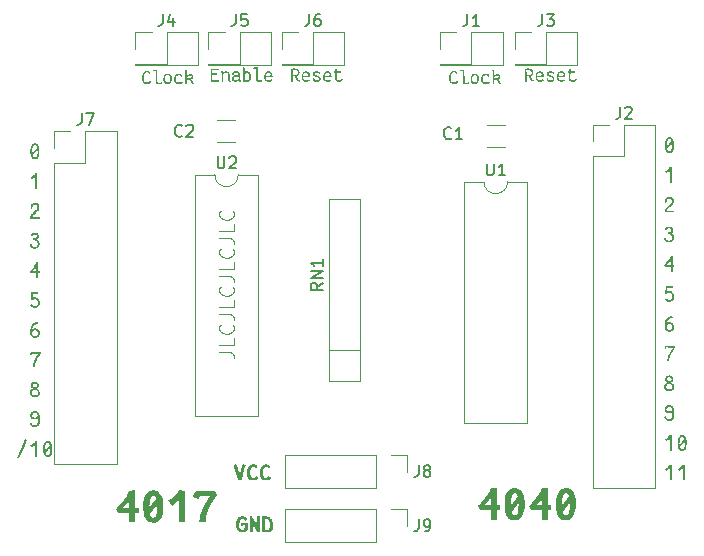
<source format=gto>
G04 #@! TF.GenerationSoftware,KiCad,Pcbnew,9.0.2*
G04 #@! TF.CreationDate,2025-07-03T21:31:51+02:00*
G04 #@! TF.ProjectId,clock divider,636c6f63-6b20-4646-9976-696465722e6b,rev?*
G04 #@! TF.SameCoordinates,Original*
G04 #@! TF.FileFunction,Legend,Top*
G04 #@! TF.FilePolarity,Positive*
%FSLAX46Y46*%
G04 Gerber Fmt 4.6, Leading zero omitted, Abs format (unit mm)*
G04 Created by KiCad (PCBNEW 9.0.2) date 2025-07-03 21:31:51*
%MOMM*%
%LPD*%
G01*
G04 APERTURE LIST*
%ADD10C,0.100000*%
%ADD11C,0.300000*%
%ADD12C,0.150000*%
%ADD13C,0.120000*%
G04 APERTURE END LIST*
D10*
G36*
X187003971Y-68877448D02*
G01*
X187112812Y-68891547D01*
X187194734Y-68917128D01*
X187262028Y-68956304D01*
X187292577Y-68982595D01*
X187321127Y-69013886D01*
X187355120Y-69065949D01*
X187383014Y-69139235D01*
X187392110Y-69210044D01*
X187389541Y-69264276D01*
X187372570Y-69347938D01*
X187341604Y-69413573D01*
X187320951Y-69440834D01*
X187296947Y-69464443D01*
X187268540Y-69485130D01*
X187236678Y-69501937D01*
X187198777Y-69515681D01*
X187157102Y-69525041D01*
X187187419Y-69572652D01*
X187304555Y-69753251D01*
X187367304Y-69838740D01*
X187374676Y-69845578D01*
X187407463Y-69873074D01*
X187445080Y-69890947D01*
X187394628Y-70005512D01*
X187379373Y-70002346D01*
X187348241Y-69991046D01*
X187319352Y-69974605D01*
X187292421Y-69953318D01*
X187269912Y-69929415D01*
X187201075Y-69841037D01*
X187125750Y-69728510D01*
X187005959Y-69533201D01*
X187004145Y-69530155D01*
X186820051Y-69503461D01*
X186811041Y-69501914D01*
X186811880Y-69986660D01*
X186676860Y-69986660D01*
X186676860Y-69036097D01*
X186675983Y-69005414D01*
X186809285Y-69005414D01*
X186811041Y-69372008D01*
X186878233Y-69385381D01*
X186947680Y-69398959D01*
X187033225Y-69407117D01*
X187075052Y-69404522D01*
X187134241Y-69394325D01*
X187189769Y-69374438D01*
X187226134Y-69345176D01*
X187239806Y-69324533D01*
X187249954Y-69299408D01*
X187257180Y-69264381D01*
X187259608Y-69221951D01*
X187258595Y-69199918D01*
X187244655Y-69144127D01*
X187230545Y-69117519D01*
X187210912Y-69091510D01*
X187195251Y-69075425D01*
X187170191Y-69056327D01*
X187140738Y-69040662D01*
X187099724Y-69026269D01*
X187051096Y-69015874D01*
X186966910Y-69007141D01*
X186863171Y-69004498D01*
X186809285Y-69005414D01*
X186675983Y-69005414D01*
X186672585Y-68886575D01*
X186677809Y-68886085D01*
X186741414Y-68880379D01*
X186858897Y-68873752D01*
X187003971Y-68877448D01*
G37*
G36*
X187974698Y-69114441D02*
G01*
X188018267Y-69120293D01*
X188057717Y-69130424D01*
X188094985Y-69145243D01*
X188128155Y-69163856D01*
X188160341Y-69188271D01*
X188188121Y-69216084D01*
X188215577Y-69252248D01*
X188237896Y-69291149D01*
X188259838Y-69343385D01*
X188275257Y-69396145D01*
X188290081Y-69485600D01*
X188293595Y-69556258D01*
X188292755Y-69592971D01*
X188048447Y-69608239D01*
X187706572Y-69621135D01*
X187710951Y-69675228D01*
X187730693Y-69740631D01*
X187764442Y-69792759D01*
X187811793Y-69831867D01*
X187841046Y-69846430D01*
X187874193Y-69857289D01*
X187912133Y-69864214D01*
X187954326Y-69866599D01*
X187971881Y-69866120D01*
X188012511Y-69861085D01*
X188048845Y-69851344D01*
X188086878Y-69834854D01*
X188119155Y-69814683D01*
X188155722Y-69782785D01*
X188181625Y-69751653D01*
X188286725Y-69845839D01*
X188284420Y-69848390D01*
X188258336Y-69875990D01*
X188199280Y-69924876D01*
X188128147Y-69963528D01*
X188045634Y-69988416D01*
X187950891Y-69997269D01*
X187935476Y-69997042D01*
X187845099Y-69985277D01*
X187805132Y-69973090D01*
X187768351Y-69956894D01*
X187734306Y-69936537D01*
X187703518Y-69912374D01*
X187675000Y-69883440D01*
X187649970Y-69850753D01*
X187627305Y-69812336D01*
X187608513Y-69770135D01*
X187592745Y-69721261D01*
X187581343Y-69668582D01*
X187573997Y-69608704D01*
X187571552Y-69545115D01*
X187571996Y-69520199D01*
X187575597Y-69490465D01*
X187706572Y-69490465D01*
X187958726Y-69482656D01*
X188157735Y-69468178D01*
X188156741Y-69459272D01*
X188138156Y-69383994D01*
X188104889Y-69323926D01*
X188059646Y-69279877D01*
X188004438Y-69252522D01*
X187973484Y-69245426D01*
X187940664Y-69243017D01*
X187908855Y-69244938D01*
X187874886Y-69251644D01*
X187843689Y-69262793D01*
X187814317Y-69278687D01*
X187788195Y-69298542D01*
X187764547Y-69323014D01*
X187744725Y-69350841D01*
X187728481Y-69382455D01*
X187716601Y-69416574D01*
X187709228Y-69452794D01*
X187706572Y-69490465D01*
X187575597Y-69490465D01*
X187584803Y-69414444D01*
X187613327Y-69324287D01*
X187655166Y-69250283D01*
X187708744Y-69192106D01*
X187773582Y-69149413D01*
X187810400Y-69133936D01*
X187850215Y-69122582D01*
X187893506Y-69115515D01*
X187939824Y-69113110D01*
X187974698Y-69114441D01*
G37*
G36*
X188638817Y-69500311D02*
G01*
X188719416Y-69533446D01*
X188797103Y-69558719D01*
X188895746Y-69591576D01*
X188937174Y-69608825D01*
X188969460Y-69627165D01*
X189016858Y-69668332D01*
X189031856Y-69690297D01*
X189040631Y-69715833D01*
X189042962Y-69741272D01*
X189040590Y-69765233D01*
X189033756Y-69786883D01*
X189007475Y-69824197D01*
X188963330Y-69854112D01*
X188899778Y-69874266D01*
X188836195Y-69880033D01*
X188793312Y-69877603D01*
X188756147Y-69870367D01*
X188727545Y-69859838D01*
X188703350Y-69845554D01*
X188684546Y-69828761D01*
X188669470Y-69808747D01*
X188650033Y-69758569D01*
X188644770Y-69704636D01*
X188510665Y-69703796D01*
X188513108Y-69749627D01*
X188520435Y-69792251D01*
X188531765Y-69829197D01*
X188547403Y-69863001D01*
X188566343Y-69892187D01*
X188589205Y-69918242D01*
X188615439Y-69940626D01*
X188645445Y-69959745D01*
X188717607Y-69987909D01*
X188808398Y-70001381D01*
X188838790Y-70002154D01*
X188948593Y-69992724D01*
X188986557Y-69985133D01*
X189021459Y-69973392D01*
X189055674Y-69956370D01*
X189085859Y-69935657D01*
X189113308Y-69910215D01*
X189134838Y-69883197D01*
X189152555Y-69852244D01*
X189164789Y-69820421D01*
X189172617Y-69785226D01*
X189175464Y-69745470D01*
X189173068Y-69703670D01*
X189166068Y-69666473D01*
X189155212Y-69634559D01*
X189140583Y-69606173D01*
X189099877Y-69557460D01*
X189040161Y-69515114D01*
X188950610Y-69473825D01*
X188859947Y-69440816D01*
X188725141Y-69390478D01*
X188700976Y-69376673D01*
X188684444Y-69358872D01*
X188674079Y-69322671D01*
X188673850Y-69314763D01*
X188676225Y-69298560D01*
X188683075Y-69284285D01*
X188710219Y-69260405D01*
X188760382Y-69242400D01*
X188840470Y-69234697D01*
X188911412Y-69243950D01*
X188951840Y-69256386D01*
X188990286Y-69273360D01*
X189022898Y-69293117D01*
X189050001Y-69316011D01*
X189056625Y-69323235D01*
X189153177Y-69228744D01*
X189106858Y-69186081D01*
X189039824Y-69149522D01*
X188951665Y-69122036D01*
X188850519Y-69108712D01*
X188828487Y-69108225D01*
X188777885Y-69110701D01*
X188729280Y-69118264D01*
X188687497Y-69129820D01*
X188649202Y-69145962D01*
X188618840Y-69164254D01*
X188592514Y-69186388D01*
X188572840Y-69209589D01*
X188557334Y-69236045D01*
X188546995Y-69263793D01*
X188541040Y-69294518D01*
X188539669Y-69318121D01*
X188542031Y-69354838D01*
X188548794Y-69387586D01*
X188559555Y-69416672D01*
X188573792Y-69441997D01*
X188612465Y-69483264D01*
X188638817Y-69500311D01*
G37*
G36*
X189784537Y-69114441D02*
G01*
X189828107Y-69120293D01*
X189867557Y-69130424D01*
X189904825Y-69145243D01*
X189937994Y-69163856D01*
X189970181Y-69188271D01*
X189997960Y-69216084D01*
X190025417Y-69252248D01*
X190047735Y-69291149D01*
X190069677Y-69343385D01*
X190085096Y-69396145D01*
X190099921Y-69485600D01*
X190103434Y-69556258D01*
X190102595Y-69592971D01*
X189858287Y-69608239D01*
X189516412Y-69621135D01*
X189520791Y-69675228D01*
X189540533Y-69740631D01*
X189574282Y-69792759D01*
X189621632Y-69831867D01*
X189650886Y-69846430D01*
X189684033Y-69857289D01*
X189721972Y-69864214D01*
X189764166Y-69866599D01*
X189781721Y-69866120D01*
X189822350Y-69861085D01*
X189858684Y-69851344D01*
X189896718Y-69834854D01*
X189928995Y-69814683D01*
X189965561Y-69782785D01*
X189991464Y-69751653D01*
X190096565Y-69845839D01*
X190094259Y-69848390D01*
X190068175Y-69875990D01*
X190009119Y-69924876D01*
X189937986Y-69963528D01*
X189855473Y-69988416D01*
X189760731Y-69997269D01*
X189745315Y-69997042D01*
X189654939Y-69985277D01*
X189614972Y-69973090D01*
X189578191Y-69956894D01*
X189544146Y-69936537D01*
X189513358Y-69912374D01*
X189484839Y-69883440D01*
X189459810Y-69850753D01*
X189437145Y-69812336D01*
X189418353Y-69770135D01*
X189402584Y-69721261D01*
X189391183Y-69668582D01*
X189383836Y-69608704D01*
X189381391Y-69545115D01*
X189381835Y-69520199D01*
X189385436Y-69490465D01*
X189516412Y-69490465D01*
X189768565Y-69482656D01*
X189967574Y-69468178D01*
X189966581Y-69459272D01*
X189947995Y-69383994D01*
X189914728Y-69323926D01*
X189869486Y-69279877D01*
X189814278Y-69252522D01*
X189783324Y-69245426D01*
X189750503Y-69243017D01*
X189718695Y-69244938D01*
X189684726Y-69251644D01*
X189653528Y-69262793D01*
X189624156Y-69278687D01*
X189598034Y-69298542D01*
X189574387Y-69323014D01*
X189554565Y-69350841D01*
X189538321Y-69382455D01*
X189526441Y-69416574D01*
X189519068Y-69452794D01*
X189516412Y-69490465D01*
X189385436Y-69490465D01*
X189394643Y-69414444D01*
X189423166Y-69324287D01*
X189465006Y-69250283D01*
X189518583Y-69192106D01*
X189583422Y-69149413D01*
X189620239Y-69133936D01*
X189660055Y-69122582D01*
X189703346Y-69115515D01*
X189749664Y-69113110D01*
X189784537Y-69114441D01*
G37*
G36*
X190526432Y-69613808D02*
G01*
X190529685Y-69504500D01*
X190538339Y-69244467D01*
X190640081Y-69241948D01*
X190910962Y-69241948D01*
X190910962Y-69116316D01*
X190895544Y-69116316D01*
X190640081Y-69117995D01*
X190535820Y-69117995D01*
X190537500Y-68923211D01*
X190402479Y-68922372D01*
X190401639Y-69122269D01*
X190388817Y-69122269D01*
X190342372Y-69124530D01*
X190301653Y-69132573D01*
X190318750Y-69257290D01*
X190388817Y-69247902D01*
X190400800Y-69247902D01*
X190395191Y-69452890D01*
X190390572Y-69613808D01*
X190390572Y-69650521D01*
X190395784Y-69753082D01*
X190405415Y-69800780D01*
X190422498Y-69846908D01*
X190423850Y-69849731D01*
X190442692Y-69883423D01*
X190464031Y-69911434D01*
X190486816Y-69933373D01*
X190511976Y-69951033D01*
X190572006Y-69975975D01*
X190653912Y-69989374D01*
X190746022Y-69992384D01*
X190813570Y-69989461D01*
X190873861Y-69978764D01*
X190929738Y-69955672D01*
X190986053Y-69913220D01*
X191025028Y-69864083D01*
X191048560Y-69813265D01*
X191051405Y-69804908D01*
X191053615Y-69798440D01*
X190945996Y-69750584D01*
X190945095Y-69753027D01*
X190925443Y-69793825D01*
X190905396Y-69818148D01*
X190875928Y-69839427D01*
X190834974Y-69852099D01*
X190744266Y-69859959D01*
X190651988Y-69857440D01*
X190625651Y-69852408D01*
X190602895Y-69843132D01*
X190567935Y-69813752D01*
X190543321Y-69768079D01*
X190528984Y-69700760D01*
X190526432Y-69648002D01*
X190526432Y-69613808D01*
G37*
G36*
X218778089Y-74690475D02*
G01*
X218819650Y-74702644D01*
X218857576Y-74719960D01*
X218894537Y-74743947D01*
X218927629Y-74773008D01*
X218960522Y-74811267D01*
X218988988Y-74854709D01*
X219017021Y-74911212D01*
X219039767Y-74972821D01*
X219060765Y-75052416D01*
X219075404Y-75135997D01*
X219085820Y-75242292D01*
X219088982Y-75348233D01*
X219084531Y-75489293D01*
X219064824Y-75651661D01*
X219031779Y-75779292D01*
X218987855Y-75876705D01*
X218934434Y-75948865D01*
X218871256Y-75999768D01*
X218835503Y-76017916D01*
X218796191Y-76031331D01*
X218752810Y-76039713D01*
X218705491Y-76042585D01*
X218626815Y-76034452D01*
X218584747Y-76022187D01*
X218546360Y-76004816D01*
X218509167Y-75980953D01*
X218475860Y-75952078D01*
X218442988Y-75914372D01*
X218414519Y-75871551D01*
X218386723Y-75816356D01*
X218364129Y-75756066D01*
X218349322Y-75700767D01*
X218521942Y-75700767D01*
X218527095Y-75718768D01*
X218557687Y-75795120D01*
X218594988Y-75844793D01*
X218642246Y-75874787D01*
X218671686Y-75882941D01*
X218705491Y-75885781D01*
X218731360Y-75884032D01*
X218762305Y-75876627D01*
X218789871Y-75863839D01*
X218817350Y-75843343D01*
X218840998Y-75817149D01*
X218865480Y-75777663D01*
X218885036Y-75731695D01*
X218909424Y-75637528D01*
X218922977Y-75534102D01*
X218930072Y-75328724D01*
X218923844Y-75185842D01*
X218521942Y-75700767D01*
X218349322Y-75700767D01*
X218343515Y-75679081D01*
X218329082Y-75597832D01*
X218318980Y-75496197D01*
X218316424Y-75411980D01*
X218474773Y-75411980D01*
X218479364Y-75495466D01*
X218487046Y-75558893D01*
X218885925Y-75047173D01*
X218876035Y-75016056D01*
X218842160Y-74932848D01*
X218805169Y-74880885D01*
X218760872Y-74850491D01*
X218734038Y-74842371D01*
X218703384Y-74839536D01*
X218693534Y-74839817D01*
X218662882Y-74844632D01*
X218635192Y-74855058D01*
X218607158Y-74873110D01*
X218582536Y-74897115D01*
X218556520Y-74933962D01*
X218534972Y-74977572D01*
X218512488Y-75044036D01*
X218496268Y-75117211D01*
X218478925Y-75269048D01*
X218474773Y-75411980D01*
X218316424Y-75411980D01*
X218315862Y-75393479D01*
X218321141Y-75253490D01*
X218343299Y-75088327D01*
X218379277Y-74955470D01*
X218425794Y-74853459D01*
X218480822Y-74778264D01*
X218544004Y-74725874D01*
X218616826Y-74693894D01*
X218657932Y-74685513D01*
X218702377Y-74682641D01*
X218778089Y-74690475D01*
G37*
G36*
X218708513Y-77208503D02*
G01*
X218703505Y-77217319D01*
X218672485Y-77269163D01*
X218604643Y-77355849D01*
X218553182Y-77408760D01*
X218488039Y-77466184D01*
X218407720Y-77526721D01*
X218310733Y-77588972D01*
X218414231Y-77744310D01*
X218589959Y-77608943D01*
X218667117Y-77541312D01*
X218730042Y-77476214D01*
X218741394Y-77462485D01*
X218743409Y-78556723D01*
X218911571Y-78556723D01*
X218911571Y-77220867D01*
X218708513Y-77208503D01*
G37*
G36*
X218508570Y-80188748D02*
G01*
X218500418Y-80160309D01*
X218495289Y-80124176D01*
X218498175Y-80074625D01*
X218506649Y-80031276D01*
X218519349Y-79996309D01*
X218536451Y-79966480D01*
X218556899Y-79942474D01*
X218581035Y-79923021D01*
X218640900Y-79896986D01*
X218713642Y-79888512D01*
X218753183Y-79891358D01*
X218788054Y-79899556D01*
X218818088Y-79912414D01*
X218843890Y-79929506D01*
X218884580Y-79976258D01*
X218910743Y-80040358D01*
X218919814Y-80118039D01*
X218908379Y-80179966D01*
X218868762Y-80260728D01*
X218837918Y-80303199D01*
X218800504Y-80344057D01*
X218795708Y-80348666D01*
X218660341Y-80463568D01*
X218504540Y-80594588D01*
X218451693Y-80647929D01*
X218409560Y-80699157D01*
X218379437Y-80744950D01*
X218356437Y-80790483D01*
X218328135Y-80884565D01*
X218321999Y-80967638D01*
X218323043Y-81018666D01*
X218324014Y-81065000D01*
X219102263Y-81065000D01*
X219102263Y-80906089D01*
X218502433Y-80908196D01*
X218518805Y-80849107D01*
X218539799Y-80809182D01*
X218570591Y-80765742D01*
X218606023Y-80726754D01*
X218771671Y-80580262D01*
X218919814Y-80449050D01*
X218972767Y-80387759D01*
X219020385Y-80319100D01*
X219047540Y-80267768D01*
X219068036Y-80213643D01*
X219078703Y-80167344D01*
X219082826Y-80119531D01*
X219082846Y-80116024D01*
X219079927Y-80050553D01*
X219071222Y-79991427D01*
X219058092Y-79942334D01*
X219040141Y-79898512D01*
X219018812Y-79861898D01*
X218993284Y-79829858D01*
X218931305Y-79780121D01*
X218851844Y-79746685D01*
X218750159Y-79729931D01*
X218705491Y-79728503D01*
X218653383Y-79731413D01*
X218603346Y-79740064D01*
X218556688Y-79754045D01*
X218513054Y-79773340D01*
X218474133Y-79796999D01*
X218438990Y-79825434D01*
X218409117Y-79857271D01*
X218383596Y-79893354D01*
X218363392Y-79932323D01*
X218348050Y-79975112D01*
X218338073Y-80020818D01*
X218333520Y-80070050D01*
X218333265Y-80085250D01*
X218333746Y-80097330D01*
X218334272Y-80110895D01*
X218348463Y-80202483D01*
X218354788Y-80225659D01*
X218508570Y-80188748D01*
G37*
G36*
X218279959Y-83242449D02*
G01*
X218282861Y-83291911D01*
X218291456Y-83339008D01*
X218305367Y-83382883D01*
X218324501Y-83423817D01*
X218348379Y-83461064D01*
X218377040Y-83494828D01*
X218410041Y-83524580D01*
X218447439Y-83550307D01*
X218488994Y-83571675D01*
X218534622Y-83588445D01*
X218584366Y-83600357D01*
X218637906Y-83607040D01*
X218677830Y-83608447D01*
X218744193Y-83605561D01*
X218802847Y-83597085D01*
X218851692Y-83584228D01*
X218894933Y-83566878D01*
X218966190Y-83520302D01*
X219003894Y-83482326D01*
X219052159Y-83408814D01*
X219086629Y-83317016D01*
X219101941Y-83216355D01*
X219102263Y-83200409D01*
X219099248Y-83136296D01*
X219089862Y-83076030D01*
X219075951Y-83026412D01*
X219056382Y-82980086D01*
X219033057Y-82940463D01*
X219004370Y-82903878D01*
X218971360Y-82871572D01*
X218932868Y-82842309D01*
X218875667Y-82809681D01*
X218931759Y-82772013D01*
X218976635Y-82714199D01*
X219007860Y-82635842D01*
X219021133Y-82538551D01*
X219021297Y-82525840D01*
X219018433Y-82482951D01*
X219010114Y-82443988D01*
X218996833Y-82409045D01*
X218978958Y-82377806D01*
X218929233Y-82324644D01*
X218860024Y-82283848D01*
X218769966Y-82257234D01*
X218669587Y-82248503D01*
X218658321Y-82248503D01*
X218563887Y-82259186D01*
X218482215Y-82289307D01*
X218412316Y-82336637D01*
X218355580Y-82397732D01*
X218318912Y-82458290D01*
X218314763Y-82468230D01*
X218460393Y-82549562D01*
X218478029Y-82518120D01*
X218508487Y-82477910D01*
X218553488Y-82439135D01*
X218581979Y-82423475D01*
X218614752Y-82412001D01*
X218668579Y-82405398D01*
X218712880Y-82408296D01*
X218753728Y-82416858D01*
X218787869Y-82429939D01*
X218816616Y-82447713D01*
X218836542Y-82467086D01*
X218850660Y-82489846D01*
X218859272Y-82530969D01*
X218856347Y-82573839D01*
X218847599Y-82610066D01*
X218834956Y-82637317D01*
X218817762Y-82660441D01*
X218769349Y-82696692D01*
X218729030Y-82714152D01*
X218630511Y-82737240D01*
X218564990Y-82740896D01*
X218548595Y-82740896D01*
X218548595Y-82902921D01*
X218610149Y-82903739D01*
X218672552Y-82909470D01*
X218737068Y-82925023D01*
X218804959Y-82955311D01*
X218842057Y-82979279D01*
X218872318Y-83006038D01*
X218894971Y-83033890D01*
X218912408Y-83064478D01*
X218933551Y-83136321D01*
X218938224Y-83202424D01*
X218935327Y-83246059D01*
X218926777Y-83286104D01*
X218913375Y-83321094D01*
X218895097Y-83352326D01*
X218872662Y-83379061D01*
X218845907Y-83401803D01*
X218779856Y-83434624D01*
X218696152Y-83449119D01*
X218677830Y-83449536D01*
X218632709Y-83446674D01*
X218592083Y-83438358D01*
X218556761Y-83425322D01*
X218525963Y-83407833D01*
X218500024Y-83386500D01*
X218478730Y-83361548D01*
X218450305Y-83301649D01*
X218441983Y-83241350D01*
X218279959Y-83242449D01*
G37*
G36*
X218980264Y-85518817D02*
G01*
X219111514Y-85518817D01*
X219111514Y-85676811D01*
X218980264Y-85676811D01*
X218980264Y-86105000D01*
X218820346Y-86105000D01*
X218820346Y-85679834D01*
X218341416Y-85679834D01*
X218279959Y-85546569D01*
X218302141Y-85518817D01*
X218494282Y-85518817D01*
X218820346Y-85518817D01*
X218820346Y-85090720D01*
X218793337Y-85135500D01*
X218718186Y-85245470D01*
X218632081Y-85358466D01*
X218494282Y-85518817D01*
X218302141Y-85518817D01*
X218320583Y-85495743D01*
X218411428Y-85382599D01*
X218608484Y-85124587D01*
X218733297Y-84940543D01*
X218793839Y-84828975D01*
X218813110Y-84768503D01*
X218980264Y-84768503D01*
X218980264Y-85518817D01*
G37*
G36*
X218697247Y-87874685D02*
G01*
X218743977Y-87878140D01*
X218794265Y-87890598D01*
X218820346Y-87901338D01*
X218853490Y-87919984D01*
X218882645Y-87944183D01*
X218904622Y-87970628D01*
X218922849Y-88002423D01*
X218946429Y-88081728D01*
X218952603Y-88164296D01*
X218949694Y-88220069D01*
X218941055Y-88270483D01*
X218927934Y-88312590D01*
X218910042Y-88349807D01*
X218888815Y-88380420D01*
X218863502Y-88406467D01*
X218802563Y-88443852D01*
X218725583Y-88462926D01*
X218684974Y-88465081D01*
X218648611Y-88462248D01*
X218615176Y-88454140D01*
X218553569Y-88422518D01*
X218496215Y-88368726D01*
X218445006Y-88296279D01*
X218308627Y-88386313D01*
X218344307Y-88439703D01*
X218386893Y-88490588D01*
X218427660Y-88529276D01*
X218473384Y-88563219D01*
X218516900Y-88587652D01*
X218564225Y-88606653D01*
X218610253Y-88618407D01*
X218659468Y-88624374D01*
X218681860Y-88625000D01*
X218683967Y-88625000D01*
X218741859Y-88621593D01*
X218797002Y-88612340D01*
X218846856Y-88598003D01*
X218893511Y-88578301D01*
X218934924Y-88554377D01*
X218972800Y-88525516D01*
X219005855Y-88492831D01*
X219035047Y-88455503D01*
X219059778Y-88414165D01*
X219080241Y-88368310D01*
X219096215Y-88317802D01*
X219107385Y-88262749D01*
X219114628Y-88162190D01*
X219103610Y-88052482D01*
X219071974Y-87954432D01*
X219021716Y-87869237D01*
X218955545Y-87799634D01*
X218892062Y-87756808D01*
X218803136Y-87725233D01*
X218708438Y-87712956D01*
X218694225Y-87712752D01*
X218609128Y-87723093D01*
X218529125Y-87752884D01*
X218501426Y-87768073D01*
X218524965Y-87466098D01*
X218994644Y-87466098D01*
X218994644Y-87308195D01*
X218380434Y-87306088D01*
X218333265Y-87930006D01*
X218462500Y-87985236D01*
X218465912Y-87981759D01*
X218493971Y-87955004D01*
X218542646Y-87919311D01*
X218610787Y-87888074D01*
X218651799Y-87878312D01*
X218697247Y-87874685D01*
G37*
G36*
X218992537Y-89959536D02*
G01*
X218959657Y-89963282D01*
X218835230Y-89991613D01*
X218727508Y-90038666D01*
X218639183Y-90100957D01*
X218571536Y-90175286D01*
X218524965Y-90259314D01*
X218495781Y-90354443D01*
X218478894Y-90447991D01*
X218485928Y-90441972D01*
X218496641Y-90432826D01*
X218555199Y-90390930D01*
X218587659Y-90375979D01*
X218626975Y-90364252D01*
X218676062Y-90356443D01*
X218736265Y-90353653D01*
X218781332Y-90355893D01*
X218829841Y-90363696D01*
X218875408Y-90376847D01*
X218917940Y-90395158D01*
X218957056Y-90418337D01*
X218992771Y-90446342D01*
X219024558Y-90478762D01*
X219052420Y-90515690D01*
X219075802Y-90556576D01*
X219094609Y-90601556D01*
X219108367Y-90650010D01*
X219116868Y-90701993D01*
X219119757Y-90756928D01*
X219117248Y-90810711D01*
X219096801Y-90909115D01*
X219079360Y-90951801D01*
X219057445Y-90990201D01*
X219030535Y-91025237D01*
X218999442Y-91055853D01*
X218962444Y-91083394D01*
X218921423Y-91106142D01*
X218873422Y-91125251D01*
X218821570Y-91139015D01*
X218762205Y-91147915D01*
X218699354Y-91150861D01*
X218615416Y-91142956D01*
X218570201Y-91131066D01*
X218528419Y-91114097D01*
X218489102Y-91091638D01*
X218453415Y-91064319D01*
X218419829Y-91030649D01*
X218390263Y-90992179D01*
X218363190Y-90946230D01*
X218340698Y-90895510D01*
X218321765Y-90836548D01*
X218308062Y-90772983D01*
X218299282Y-90701361D01*
X218299090Y-90696386D01*
X218468636Y-90696386D01*
X218469837Y-90729487D01*
X218487705Y-90822085D01*
X218523457Y-90896290D01*
X218572545Y-90949991D01*
X218631682Y-90982765D01*
X218664468Y-90991180D01*
X218699354Y-90994057D01*
X218717842Y-90993635D01*
X218801165Y-90979456D01*
X218866523Y-90947859D01*
X218914634Y-90900862D01*
X218932342Y-90871438D01*
X218945484Y-90837984D01*
X218953854Y-90799568D01*
X218956725Y-90756928D01*
X218956688Y-90751964D01*
X218944540Y-90671062D01*
X218913090Y-90604902D01*
X218865398Y-90555370D01*
X218836090Y-90537275D01*
X218803194Y-90523875D01*
X218766739Y-90515523D01*
X218727015Y-90512655D01*
X218689145Y-90515160D01*
X218646840Y-90524103D01*
X218607772Y-90538679D01*
X218570725Y-90559098D01*
X218538380Y-90583716D01*
X218490719Y-90640336D01*
X218468636Y-90696386D01*
X218299090Y-90696386D01*
X218296353Y-90625587D01*
X218303682Y-90490645D01*
X218330426Y-90336986D01*
X218375305Y-90195658D01*
X218414602Y-90115576D01*
X218446615Y-90067612D01*
X218483375Y-90023276D01*
X218525829Y-89981636D01*
X218572875Y-89943975D01*
X218626002Y-89909381D01*
X218683575Y-89879195D01*
X218747431Y-89852752D01*
X218815538Y-89831198D01*
X218889780Y-89814228D01*
X218967991Y-89802641D01*
X218992537Y-89959536D01*
G37*
G36*
X218354788Y-92339952D02*
G01*
X218312091Y-92450271D01*
X218272723Y-92553267D01*
X218411209Y-92615732D01*
X218414718Y-92604045D01*
X218432210Y-92548766D01*
X218454256Y-92496847D01*
X218489632Y-92498606D01*
X218671602Y-92505090D01*
X218803951Y-92505090D01*
X219006917Y-92502984D01*
X219003895Y-92507622D01*
X218810999Y-92810279D01*
X218728756Y-92951980D01*
X218658029Y-93090623D01*
X218600350Y-93228727D01*
X218557252Y-93368811D01*
X218530270Y-93513395D01*
X218520935Y-93665000D01*
X218690103Y-93665000D01*
X218692987Y-93578365D01*
X218701449Y-93496908D01*
X218734062Y-93345571D01*
X218789168Y-93195968D01*
X218874962Y-93026690D01*
X219000544Y-92815141D01*
X219107922Y-92636595D01*
X219224354Y-92430260D01*
X219177185Y-92346088D01*
X219135144Y-92346088D01*
X218630661Y-92346088D01*
X218498465Y-92343118D01*
X218354788Y-92339952D01*
G37*
G36*
X218792939Y-94869518D02*
G01*
X218838881Y-94881872D01*
X218880526Y-94898939D01*
X218917921Y-94920479D01*
X218950796Y-94946091D01*
X218979448Y-94975907D01*
X219003244Y-95009213D01*
X219022453Y-95046508D01*
X219036377Y-95086700D01*
X219045038Y-95130392D01*
X219047950Y-95176307D01*
X219036231Y-95246725D01*
X219019598Y-95286709D01*
X218997074Y-95324313D01*
X218938021Y-95389065D01*
X218873652Y-95429923D01*
X218961966Y-95484432D01*
X219035604Y-95553209D01*
X219088888Y-95629877D01*
X219121080Y-95712008D01*
X219132030Y-95799584D01*
X219127473Y-95863492D01*
X219102498Y-95956024D01*
X219057301Y-96036385D01*
X219027582Y-96071447D01*
X218993326Y-96102774D01*
X218954613Y-96130146D01*
X218911692Y-96153207D01*
X218864478Y-96171760D01*
X218813365Y-96185387D01*
X218758154Y-96193841D01*
X218699354Y-96196723D01*
X218626635Y-96192270D01*
X218572850Y-96182619D01*
X218522804Y-96167860D01*
X218476834Y-96148357D01*
X218434923Y-96124342D01*
X218397242Y-96096092D01*
X218363968Y-96063888D01*
X218335164Y-96027850D01*
X218311155Y-95988387D01*
X218291998Y-95945462D01*
X218278064Y-95899637D01*
X218269486Y-95850790D01*
X218267167Y-95809842D01*
X218429618Y-95809842D01*
X218429706Y-95816867D01*
X218442299Y-95889180D01*
X218474959Y-95948498D01*
X218498953Y-95973490D01*
X218527707Y-95994655D01*
X218562480Y-96012366D01*
X218602056Y-96025456D01*
X218648283Y-96033921D01*
X218699354Y-96036805D01*
X218713966Y-96036581D01*
X218804656Y-96023287D01*
X218874602Y-95992339D01*
X218925406Y-95946297D01*
X218943952Y-95917649D01*
X218957498Y-95885682D01*
X218966095Y-95849307D01*
X218968998Y-95809842D01*
X218965013Y-95764791D01*
X218954792Y-95727243D01*
X218938949Y-95693088D01*
X218913548Y-95656324D01*
X218882136Y-95623504D01*
X218841745Y-95591226D01*
X218796831Y-95562505D01*
X218699354Y-95513087D01*
X218607097Y-95559467D01*
X218526000Y-95615139D01*
X218472396Y-95672972D01*
X218440681Y-95736418D01*
X218432467Y-95771561D01*
X218429618Y-95809842D01*
X218267167Y-95809842D01*
X218266586Y-95799584D01*
X218269584Y-95753308D01*
X218279197Y-95705782D01*
X218294628Y-95661434D01*
X218318199Y-95614945D01*
X218347018Y-95572725D01*
X218385578Y-95529065D01*
X218427706Y-95491446D01*
X218476630Y-95456738D01*
X218524965Y-95429923D01*
X218518702Y-95427034D01*
X218482581Y-95406074D01*
X218448182Y-95378887D01*
X218391497Y-95312806D01*
X218357465Y-95242726D01*
X218346545Y-95176307D01*
X218347046Y-95172185D01*
X218507562Y-95172185D01*
X218515481Y-95210189D01*
X218530706Y-95238069D01*
X218553041Y-95264909D01*
X218582634Y-95290520D01*
X218618110Y-95313160D01*
X218699354Y-95344743D01*
X218776154Y-95315188D01*
X218839393Y-95268886D01*
X218875701Y-95218779D01*
X218886933Y-95172185D01*
X218886285Y-95158445D01*
X218869898Y-95105038D01*
X218853804Y-95081882D01*
X218832555Y-95061643D01*
X218806240Y-95044888D01*
X218774962Y-95032191D01*
X218738525Y-95024077D01*
X218697247Y-95021243D01*
X218679108Y-95021767D01*
X218640198Y-95026856D01*
X218606079Y-95036899D01*
X218576799Y-95051361D01*
X218552530Y-95069655D01*
X218533160Y-95091508D01*
X218519139Y-95116113D01*
X218510475Y-95143346D01*
X218507562Y-95172185D01*
X218347046Y-95172185D01*
X218356859Y-95091497D01*
X218387909Y-95014828D01*
X218437961Y-94951400D01*
X218469824Y-94925151D01*
X218506189Y-94902876D01*
X218547183Y-94884830D01*
X218592535Y-94871479D01*
X218642758Y-94863098D01*
X218697247Y-94860226D01*
X218792939Y-94869518D01*
G37*
G36*
X218788563Y-97376703D02*
G01*
X218837177Y-97388353D01*
X218881005Y-97404693D01*
X218921561Y-97426206D01*
X218957524Y-97452082D01*
X218991720Y-97484769D01*
X219021151Y-97521790D01*
X219049535Y-97569142D01*
X219072600Y-97621008D01*
X219094538Y-97690406D01*
X219110127Y-97764488D01*
X219125102Y-97901858D01*
X219128916Y-98043254D01*
X219123363Y-98189730D01*
X219102112Y-98338423D01*
X219067266Y-98454856D01*
X219020613Y-98544823D01*
X218962619Y-98612998D01*
X218892015Y-98662386D01*
X218850996Y-98680396D01*
X218805756Y-98693699D01*
X218754959Y-98702121D01*
X218699354Y-98705000D01*
X218648038Y-98703239D01*
X218541421Y-98685217D01*
X218496213Y-98669362D01*
X218455460Y-98649041D01*
X218417491Y-98623288D01*
X218383671Y-98592932D01*
X218350579Y-98553989D01*
X218321720Y-98509673D01*
X218291807Y-98449124D01*
X218266586Y-98381225D01*
X218423482Y-98335155D01*
X218442110Y-98390038D01*
X218476775Y-98460045D01*
X218519014Y-98504139D01*
X218547977Y-98520763D01*
X218582762Y-98532948D01*
X218635013Y-98542099D01*
X218699354Y-98545081D01*
X218744243Y-98541837D01*
X218781225Y-98533313D01*
X218814074Y-98519849D01*
X218844949Y-98500338D01*
X218871620Y-98475999D01*
X218897586Y-98442412D01*
X218918740Y-98403633D01*
X218939083Y-98348875D01*
X218953431Y-98288382D01*
X218965587Y-98189572D01*
X218968998Y-98085294D01*
X218967055Y-98008497D01*
X218965884Y-97975568D01*
X218960589Y-97980854D01*
X218896494Y-98029687D01*
X218859017Y-98047218D01*
X218816741Y-98060003D01*
X218760730Y-98068967D01*
X218695232Y-98071922D01*
X218651698Y-98070347D01*
X218546982Y-98051949D01*
X218460086Y-98015650D01*
X218391631Y-97964241D01*
X218341365Y-97898990D01*
X218323115Y-97861118D01*
X218309649Y-97819527D01*
X218301244Y-97773815D01*
X218298549Y-97727448D01*
X218461400Y-97727448D01*
X218465037Y-97765164D01*
X218474453Y-97796036D01*
X218489062Y-97823113D01*
X218510889Y-97849117D01*
X218537629Y-97870628D01*
X218573521Y-97890086D01*
X218613496Y-97903982D01*
X218660768Y-97913142D01*
X218709612Y-97916126D01*
X218751224Y-97912897D01*
X218789401Y-97903829D01*
X218828041Y-97887795D01*
X218861895Y-97866853D01*
X218893155Y-97839898D01*
X218918117Y-97810367D01*
X218947474Y-97752086D01*
X218933026Y-97693013D01*
X218894032Y-97621111D01*
X218840351Y-97566355D01*
X218779933Y-97533360D01*
X218716756Y-97522376D01*
X218707975Y-97522462D01*
X218619946Y-97534119D01*
X218551748Y-97562105D01*
X218503023Y-97603229D01*
X218472489Y-97657408D01*
X218464252Y-97690416D01*
X218461400Y-97727448D01*
X218298549Y-97727448D01*
X218298368Y-97724334D01*
X218299060Y-97699887D01*
X218304644Y-97652388D01*
X218315600Y-97608069D01*
X218331811Y-97566733D01*
X218352923Y-97528906D01*
X218379252Y-97494038D01*
X218410101Y-97463120D01*
X218446246Y-97435583D01*
X218486532Y-97412544D01*
X218531933Y-97393713D01*
X218581011Y-97379980D01*
X218634520Y-97371403D01*
X218691111Y-97368503D01*
X218788563Y-97376703D01*
G37*
G36*
X218708513Y-99888503D02*
G01*
X218703505Y-99897319D01*
X218672485Y-99949163D01*
X218604643Y-100035849D01*
X218553182Y-100088760D01*
X218488039Y-100146184D01*
X218407720Y-100206721D01*
X218310733Y-100268972D01*
X218414231Y-100424310D01*
X218589959Y-100288943D01*
X218667117Y-100221312D01*
X218730042Y-100156214D01*
X218741394Y-100142485D01*
X218743409Y-101236723D01*
X218911571Y-101236723D01*
X218911571Y-99900867D01*
X218708513Y-99888503D01*
G37*
G36*
X219863993Y-99890475D02*
G01*
X219905553Y-99902644D01*
X219943479Y-99919960D01*
X219980441Y-99943947D01*
X220013533Y-99973008D01*
X220046425Y-100011267D01*
X220074892Y-100054709D01*
X220102925Y-100111212D01*
X220125671Y-100172821D01*
X220146668Y-100252416D01*
X220161308Y-100335997D01*
X220171723Y-100442292D01*
X220174886Y-100548233D01*
X220170435Y-100689293D01*
X220150727Y-100851661D01*
X220117683Y-100979292D01*
X220073759Y-101076705D01*
X220020338Y-101148865D01*
X219957160Y-101199768D01*
X219921407Y-101217916D01*
X219882095Y-101231331D01*
X219838714Y-101239713D01*
X219791394Y-101242585D01*
X219712718Y-101234452D01*
X219670651Y-101222187D01*
X219632263Y-101204816D01*
X219595071Y-101180953D01*
X219561763Y-101152078D01*
X219528892Y-101114372D01*
X219500423Y-101071551D01*
X219472627Y-101016356D01*
X219450033Y-100956066D01*
X219435225Y-100900767D01*
X219607846Y-100900767D01*
X219612998Y-100918768D01*
X219643591Y-100995120D01*
X219680892Y-101044793D01*
X219728149Y-101074787D01*
X219757590Y-101082941D01*
X219791394Y-101085781D01*
X219817263Y-101084032D01*
X219848209Y-101076627D01*
X219875774Y-101063839D01*
X219903253Y-101043343D01*
X219926902Y-101017149D01*
X219951384Y-100977663D01*
X219970940Y-100931695D01*
X219995327Y-100837528D01*
X220008881Y-100734102D01*
X220015976Y-100528724D01*
X220009747Y-100385842D01*
X219607846Y-100900767D01*
X219435225Y-100900767D01*
X219429418Y-100879081D01*
X219414985Y-100797832D01*
X219404884Y-100696197D01*
X219402328Y-100611980D01*
X219560676Y-100611980D01*
X219565267Y-100695466D01*
X219572950Y-100758893D01*
X219971829Y-100247173D01*
X219961939Y-100216056D01*
X219928064Y-100132848D01*
X219891073Y-100080885D01*
X219846776Y-100050491D01*
X219819942Y-100042371D01*
X219789288Y-100039536D01*
X219779437Y-100039817D01*
X219748786Y-100044632D01*
X219721096Y-100055058D01*
X219693062Y-100073110D01*
X219668440Y-100097115D01*
X219642423Y-100133962D01*
X219620875Y-100177572D01*
X219598392Y-100244036D01*
X219582172Y-100317211D01*
X219564829Y-100469048D01*
X219560676Y-100611980D01*
X219402328Y-100611980D01*
X219401766Y-100593479D01*
X219407045Y-100453490D01*
X219429202Y-100288327D01*
X219465181Y-100155470D01*
X219511698Y-100053459D01*
X219566726Y-99978264D01*
X219629908Y-99925874D01*
X219702730Y-99893894D01*
X219743835Y-99885513D01*
X219788280Y-99882641D01*
X219863993Y-99890475D01*
G37*
G36*
X218708513Y-102408503D02*
G01*
X218703505Y-102417319D01*
X218672485Y-102469163D01*
X218604643Y-102555849D01*
X218553182Y-102608760D01*
X218488039Y-102666184D01*
X218407720Y-102726721D01*
X218310733Y-102788972D01*
X218414231Y-102944310D01*
X218589959Y-102808943D01*
X218667117Y-102741312D01*
X218730042Y-102676214D01*
X218741394Y-102662485D01*
X218743409Y-103756723D01*
X218911571Y-103756723D01*
X218911571Y-102420867D01*
X218708513Y-102408503D01*
G37*
G36*
X219794417Y-102408503D02*
G01*
X219789409Y-102417319D01*
X219758389Y-102469163D01*
X219690547Y-102555849D01*
X219639086Y-102608760D01*
X219573942Y-102666184D01*
X219493623Y-102726721D01*
X219396637Y-102788972D01*
X219500135Y-102944310D01*
X219675863Y-102808943D01*
X219753020Y-102741312D01*
X219815946Y-102676214D01*
X219827298Y-102662485D01*
X219829313Y-103756723D01*
X219997474Y-103756723D01*
X219997474Y-102420867D01*
X219794417Y-102408503D01*
G37*
G36*
X165063993Y-75210475D02*
G01*
X165105553Y-75222644D01*
X165143479Y-75239960D01*
X165180441Y-75263947D01*
X165213533Y-75293008D01*
X165246425Y-75331267D01*
X165274892Y-75374709D01*
X165302925Y-75431212D01*
X165325671Y-75492821D01*
X165346668Y-75572416D01*
X165361308Y-75655997D01*
X165371723Y-75762292D01*
X165374886Y-75868233D01*
X165370435Y-76009293D01*
X165350727Y-76171661D01*
X165317683Y-76299292D01*
X165273759Y-76396705D01*
X165220338Y-76468865D01*
X165157160Y-76519768D01*
X165121407Y-76537916D01*
X165082095Y-76551331D01*
X165038714Y-76559713D01*
X164991394Y-76562585D01*
X164912718Y-76554452D01*
X164870651Y-76542187D01*
X164832263Y-76524816D01*
X164795071Y-76500953D01*
X164761763Y-76472078D01*
X164728892Y-76434372D01*
X164700423Y-76391551D01*
X164672627Y-76336356D01*
X164650033Y-76276066D01*
X164635225Y-76220767D01*
X164807846Y-76220767D01*
X164812998Y-76238768D01*
X164843591Y-76315120D01*
X164880892Y-76364793D01*
X164928149Y-76394787D01*
X164957590Y-76402941D01*
X164991394Y-76405781D01*
X165017263Y-76404032D01*
X165048209Y-76396627D01*
X165075774Y-76383839D01*
X165103253Y-76363343D01*
X165126902Y-76337149D01*
X165151384Y-76297663D01*
X165170940Y-76251695D01*
X165195327Y-76157528D01*
X165208881Y-76054102D01*
X165215976Y-75848724D01*
X165209747Y-75705842D01*
X164807846Y-76220767D01*
X164635225Y-76220767D01*
X164629418Y-76199081D01*
X164614985Y-76117832D01*
X164604884Y-76016197D01*
X164602328Y-75931980D01*
X164760676Y-75931980D01*
X164765267Y-76015466D01*
X164772950Y-76078893D01*
X165171829Y-75567173D01*
X165161939Y-75536056D01*
X165128064Y-75452848D01*
X165091073Y-75400885D01*
X165046776Y-75370491D01*
X165019942Y-75362371D01*
X164989288Y-75359536D01*
X164979437Y-75359817D01*
X164948786Y-75364632D01*
X164921096Y-75375058D01*
X164893062Y-75393110D01*
X164868440Y-75417115D01*
X164842423Y-75453962D01*
X164820875Y-75497572D01*
X164798392Y-75564036D01*
X164782172Y-75637211D01*
X164764829Y-75789048D01*
X164760676Y-75931980D01*
X164602328Y-75931980D01*
X164601766Y-75913479D01*
X164607045Y-75773490D01*
X164629202Y-75608327D01*
X164665181Y-75475470D01*
X164711698Y-75373459D01*
X164766726Y-75298264D01*
X164829908Y-75245874D01*
X164902730Y-75213894D01*
X164943835Y-75205513D01*
X164988280Y-75202641D01*
X165063993Y-75210475D01*
G37*
G36*
X164994417Y-77728503D02*
G01*
X164989409Y-77737319D01*
X164958389Y-77789163D01*
X164890547Y-77875849D01*
X164839086Y-77928760D01*
X164773942Y-77986184D01*
X164693623Y-78046721D01*
X164596637Y-78108972D01*
X164700135Y-78264310D01*
X164875863Y-78128943D01*
X164953020Y-78061312D01*
X165015946Y-77996214D01*
X165027298Y-77982485D01*
X165029313Y-79076723D01*
X165197474Y-79076723D01*
X165197474Y-77740867D01*
X164994417Y-77728503D01*
G37*
G36*
X164794474Y-80708748D02*
G01*
X164786322Y-80680309D01*
X164781193Y-80644176D01*
X164784078Y-80594625D01*
X164792553Y-80551276D01*
X164805252Y-80516309D01*
X164822354Y-80486480D01*
X164842802Y-80462474D01*
X164866938Y-80443021D01*
X164926804Y-80416986D01*
X164999546Y-80408512D01*
X165039087Y-80411358D01*
X165073958Y-80419556D01*
X165103991Y-80432414D01*
X165129794Y-80449506D01*
X165170483Y-80496258D01*
X165196646Y-80560358D01*
X165205717Y-80638039D01*
X165194283Y-80699966D01*
X165154665Y-80780728D01*
X165123822Y-80823199D01*
X165086408Y-80864057D01*
X165081612Y-80868666D01*
X164946245Y-80983568D01*
X164790443Y-81114588D01*
X164737597Y-81167929D01*
X164695464Y-81219157D01*
X164665340Y-81264950D01*
X164642341Y-81310483D01*
X164614039Y-81404565D01*
X164607903Y-81487638D01*
X164608947Y-81538666D01*
X164609918Y-81585000D01*
X165388167Y-81585000D01*
X165388167Y-81426089D01*
X164788337Y-81428196D01*
X164804709Y-81369107D01*
X164825703Y-81329182D01*
X164856494Y-81285742D01*
X164891926Y-81246754D01*
X165057574Y-81100262D01*
X165205717Y-80969050D01*
X165258671Y-80907759D01*
X165306289Y-80839100D01*
X165333444Y-80787768D01*
X165353940Y-80733643D01*
X165364607Y-80687344D01*
X165368730Y-80639531D01*
X165368750Y-80636024D01*
X165365831Y-80570553D01*
X165357126Y-80511427D01*
X165343996Y-80462334D01*
X165326045Y-80418512D01*
X165304716Y-80381898D01*
X165279188Y-80349858D01*
X165217208Y-80300121D01*
X165137748Y-80266685D01*
X165036063Y-80249931D01*
X164991394Y-80248503D01*
X164939287Y-80251413D01*
X164889249Y-80260064D01*
X164842591Y-80274045D01*
X164798958Y-80293340D01*
X164760037Y-80316999D01*
X164724894Y-80345434D01*
X164695020Y-80377271D01*
X164669500Y-80413354D01*
X164649296Y-80452323D01*
X164633954Y-80495112D01*
X164623977Y-80540818D01*
X164619423Y-80590050D01*
X164619168Y-80605250D01*
X164619650Y-80617330D01*
X164620176Y-80630895D01*
X164634367Y-80722483D01*
X164640692Y-80745659D01*
X164794474Y-80708748D01*
G37*
G36*
X164565862Y-83762449D02*
G01*
X164568765Y-83811911D01*
X164577360Y-83859008D01*
X164591270Y-83902883D01*
X164610405Y-83943817D01*
X164634283Y-83981064D01*
X164662943Y-84014828D01*
X164695944Y-84044580D01*
X164733343Y-84070307D01*
X164774897Y-84091675D01*
X164820525Y-84108445D01*
X164870270Y-84120357D01*
X164923810Y-84127040D01*
X164963734Y-84128447D01*
X165030097Y-84125561D01*
X165088750Y-84117085D01*
X165137596Y-84104228D01*
X165180837Y-84086878D01*
X165252094Y-84040302D01*
X165289798Y-84002326D01*
X165338063Y-83928814D01*
X165372533Y-83837016D01*
X165387845Y-83736355D01*
X165388167Y-83720409D01*
X165385151Y-83656296D01*
X165375766Y-83596030D01*
X165361855Y-83546412D01*
X165342286Y-83500086D01*
X165318960Y-83460463D01*
X165290273Y-83423878D01*
X165257264Y-83391572D01*
X165218772Y-83362309D01*
X165161571Y-83329681D01*
X165217663Y-83292013D01*
X165262539Y-83234199D01*
X165293764Y-83155842D01*
X165307037Y-83058551D01*
X165307200Y-83045840D01*
X165304337Y-83002951D01*
X165296018Y-82963988D01*
X165282737Y-82929045D01*
X165264861Y-82897806D01*
X165215136Y-82844644D01*
X165145928Y-82803848D01*
X165055870Y-82777234D01*
X164955491Y-82768503D01*
X164944225Y-82768503D01*
X164849791Y-82779186D01*
X164768118Y-82809307D01*
X164698219Y-82856637D01*
X164641484Y-82917732D01*
X164604816Y-82978290D01*
X164600667Y-82988230D01*
X164746297Y-83069562D01*
X164763933Y-83038120D01*
X164794391Y-82997910D01*
X164839391Y-82959135D01*
X164867883Y-82943475D01*
X164900656Y-82932001D01*
X164954483Y-82925398D01*
X164998784Y-82928296D01*
X165039631Y-82936858D01*
X165073772Y-82949939D01*
X165102519Y-82967713D01*
X165122446Y-82987086D01*
X165136563Y-83009846D01*
X165145176Y-83050969D01*
X165142251Y-83093839D01*
X165133503Y-83130066D01*
X165120859Y-83157317D01*
X165103666Y-83180441D01*
X165055252Y-83216692D01*
X165014933Y-83234152D01*
X164916414Y-83257240D01*
X164850894Y-83260896D01*
X164834499Y-83260896D01*
X164834499Y-83422921D01*
X164896052Y-83423739D01*
X164958456Y-83429470D01*
X165022972Y-83445023D01*
X165090862Y-83475311D01*
X165127961Y-83499279D01*
X165158222Y-83526038D01*
X165180875Y-83553890D01*
X165198312Y-83584478D01*
X165219454Y-83656321D01*
X165224127Y-83722424D01*
X165221231Y-83766059D01*
X165212680Y-83806104D01*
X165199279Y-83841094D01*
X165181001Y-83872326D01*
X165158566Y-83899061D01*
X165131811Y-83921803D01*
X165065760Y-83954624D01*
X164982056Y-83969119D01*
X164963734Y-83969536D01*
X164918613Y-83966674D01*
X164877986Y-83958358D01*
X164842664Y-83945322D01*
X164811866Y-83927833D01*
X164785928Y-83906500D01*
X164764634Y-83881548D01*
X164736209Y-83821649D01*
X164727887Y-83761350D01*
X164565862Y-83762449D01*
G37*
G36*
X165266168Y-86038817D02*
G01*
X165397418Y-86038817D01*
X165397418Y-86196811D01*
X165266168Y-86196811D01*
X165266168Y-86625000D01*
X165106250Y-86625000D01*
X165106250Y-86199834D01*
X164627320Y-86199834D01*
X164565862Y-86066569D01*
X164588044Y-86038817D01*
X164780185Y-86038817D01*
X165106250Y-86038817D01*
X165106250Y-85610720D01*
X165079241Y-85655500D01*
X165004090Y-85765470D01*
X164917985Y-85878466D01*
X164780185Y-86038817D01*
X164588044Y-86038817D01*
X164606487Y-86015743D01*
X164697331Y-85902599D01*
X164894388Y-85644587D01*
X165019201Y-85460543D01*
X165079743Y-85348975D01*
X165099014Y-85288503D01*
X165266168Y-85288503D01*
X165266168Y-86038817D01*
G37*
G36*
X164983151Y-88394685D02*
G01*
X165029881Y-88398140D01*
X165080169Y-88410598D01*
X165106250Y-88421338D01*
X165139393Y-88439984D01*
X165168548Y-88464183D01*
X165190526Y-88490628D01*
X165208753Y-88522423D01*
X165232333Y-88601728D01*
X165238507Y-88684296D01*
X165235598Y-88740069D01*
X165226958Y-88790483D01*
X165213838Y-88832590D01*
X165195946Y-88869807D01*
X165174719Y-88900420D01*
X165149406Y-88926467D01*
X165088467Y-88963852D01*
X165011487Y-88982926D01*
X164970878Y-88985081D01*
X164934515Y-88982248D01*
X164901079Y-88974140D01*
X164839473Y-88942518D01*
X164782118Y-88888726D01*
X164730909Y-88816279D01*
X164594530Y-88906313D01*
X164630211Y-88959703D01*
X164672797Y-89010588D01*
X164713564Y-89049276D01*
X164759288Y-89083219D01*
X164802803Y-89107652D01*
X164850129Y-89126653D01*
X164896157Y-89138407D01*
X164945371Y-89144374D01*
X164967764Y-89145000D01*
X164969870Y-89145000D01*
X165027763Y-89141593D01*
X165082906Y-89132340D01*
X165132759Y-89118003D01*
X165179415Y-89098301D01*
X165220828Y-89074377D01*
X165258703Y-89045516D01*
X165291759Y-89012831D01*
X165320951Y-88975503D01*
X165345682Y-88934165D01*
X165366145Y-88888310D01*
X165382119Y-88837802D01*
X165393288Y-88782749D01*
X165400532Y-88682190D01*
X165389514Y-88572482D01*
X165357878Y-88474432D01*
X165307620Y-88389237D01*
X165241449Y-88319634D01*
X165177965Y-88276808D01*
X165089040Y-88245233D01*
X164994342Y-88232956D01*
X164980129Y-88232752D01*
X164895032Y-88243093D01*
X164815029Y-88272884D01*
X164787329Y-88288073D01*
X164810868Y-87986098D01*
X165280547Y-87986098D01*
X165280547Y-87828195D01*
X164666338Y-87826088D01*
X164619168Y-88450006D01*
X164748403Y-88505236D01*
X164751815Y-88501759D01*
X164779875Y-88475004D01*
X164828549Y-88439311D01*
X164896690Y-88408074D01*
X164937703Y-88398312D01*
X164983151Y-88394685D01*
G37*
G36*
X165278441Y-90479536D02*
G01*
X165245560Y-90483282D01*
X165121133Y-90511613D01*
X165013412Y-90558666D01*
X164925087Y-90620957D01*
X164857439Y-90695286D01*
X164810868Y-90779314D01*
X164781685Y-90874443D01*
X164764798Y-90967991D01*
X164771831Y-90961972D01*
X164782545Y-90952826D01*
X164841103Y-90910930D01*
X164873563Y-90895979D01*
X164912879Y-90884252D01*
X164961965Y-90876443D01*
X165022169Y-90873653D01*
X165067236Y-90875893D01*
X165115744Y-90883696D01*
X165161312Y-90896847D01*
X165203843Y-90915158D01*
X165242959Y-90938337D01*
X165278675Y-90966342D01*
X165310462Y-90998762D01*
X165338323Y-91035690D01*
X165361706Y-91076576D01*
X165380513Y-91121556D01*
X165394271Y-91170010D01*
X165402772Y-91221993D01*
X165405661Y-91276928D01*
X165403151Y-91330711D01*
X165382704Y-91429115D01*
X165365264Y-91471801D01*
X165343348Y-91510201D01*
X165316439Y-91545237D01*
X165285346Y-91575853D01*
X165248348Y-91603394D01*
X165207326Y-91626142D01*
X165159325Y-91645251D01*
X165107473Y-91659015D01*
X165048109Y-91667915D01*
X164985258Y-91670861D01*
X164901320Y-91662956D01*
X164856105Y-91651066D01*
X164814322Y-91634097D01*
X164775006Y-91611638D01*
X164739319Y-91584319D01*
X164705732Y-91550649D01*
X164676167Y-91512179D01*
X164649094Y-91466230D01*
X164626602Y-91415510D01*
X164607668Y-91356548D01*
X164593965Y-91292983D01*
X164585186Y-91221361D01*
X164584994Y-91216386D01*
X164754540Y-91216386D01*
X164755741Y-91249487D01*
X164773609Y-91342085D01*
X164809361Y-91416290D01*
X164858449Y-91469991D01*
X164917586Y-91502765D01*
X164950371Y-91511180D01*
X164985258Y-91514057D01*
X165003746Y-91513635D01*
X165087068Y-91499456D01*
X165152427Y-91467859D01*
X165200537Y-91420862D01*
X165218246Y-91391438D01*
X165231388Y-91357984D01*
X165239758Y-91319568D01*
X165242629Y-91276928D01*
X165242592Y-91271964D01*
X165230444Y-91191062D01*
X165198993Y-91124902D01*
X165151302Y-91075370D01*
X165121993Y-91057275D01*
X165089098Y-91043875D01*
X165052643Y-91035523D01*
X165012918Y-91032655D01*
X164975049Y-91035160D01*
X164932744Y-91044103D01*
X164893675Y-91058679D01*
X164856629Y-91079098D01*
X164824284Y-91103716D01*
X164776622Y-91160336D01*
X164754540Y-91216386D01*
X164584994Y-91216386D01*
X164582257Y-91145587D01*
X164589586Y-91010645D01*
X164616330Y-90856986D01*
X164661209Y-90715658D01*
X164700506Y-90635576D01*
X164732519Y-90587612D01*
X164769279Y-90543276D01*
X164811732Y-90501636D01*
X164858779Y-90463975D01*
X164911906Y-90429381D01*
X164969478Y-90399195D01*
X165033335Y-90372752D01*
X165101442Y-90351198D01*
X165175684Y-90334228D01*
X165253894Y-90322641D01*
X165278441Y-90479536D01*
G37*
G36*
X164640692Y-92859952D02*
G01*
X164597995Y-92970271D01*
X164558627Y-93073267D01*
X164697112Y-93135732D01*
X164700622Y-93124045D01*
X164718113Y-93068766D01*
X164740160Y-93016847D01*
X164775535Y-93018606D01*
X164957506Y-93025090D01*
X165089855Y-93025090D01*
X165292821Y-93022984D01*
X165289799Y-93027622D01*
X165096902Y-93330279D01*
X165014660Y-93471980D01*
X164943933Y-93610623D01*
X164886254Y-93748727D01*
X164843156Y-93888811D01*
X164816173Y-94033395D01*
X164806838Y-94185000D01*
X164976007Y-94185000D01*
X164978891Y-94098365D01*
X164987353Y-94016908D01*
X165019966Y-93865571D01*
X165075071Y-93715968D01*
X165160866Y-93546690D01*
X165286448Y-93335141D01*
X165393826Y-93156595D01*
X165510258Y-92950260D01*
X165463088Y-92866088D01*
X165421048Y-92866088D01*
X164916564Y-92866088D01*
X164784369Y-92863118D01*
X164640692Y-92859952D01*
G37*
G36*
X165078842Y-95389518D02*
G01*
X165124785Y-95401872D01*
X165166430Y-95418939D01*
X165203825Y-95440479D01*
X165236700Y-95466091D01*
X165265351Y-95495907D01*
X165289148Y-95529213D01*
X165308357Y-95566508D01*
X165322281Y-95606700D01*
X165330941Y-95650392D01*
X165333853Y-95696307D01*
X165322135Y-95766725D01*
X165305502Y-95806709D01*
X165282978Y-95844313D01*
X165223924Y-95909065D01*
X165159556Y-95949923D01*
X165247870Y-96004432D01*
X165321507Y-96073209D01*
X165374792Y-96149877D01*
X165406984Y-96232008D01*
X165417934Y-96319584D01*
X165413377Y-96383492D01*
X165388401Y-96476024D01*
X165343205Y-96556385D01*
X165313486Y-96591447D01*
X165279230Y-96622774D01*
X165240517Y-96650146D01*
X165197596Y-96673207D01*
X165150381Y-96691760D01*
X165099268Y-96705387D01*
X165044058Y-96713841D01*
X164985258Y-96716723D01*
X164912538Y-96712270D01*
X164858754Y-96702619D01*
X164808708Y-96687860D01*
X164762737Y-96668357D01*
X164720826Y-96644342D01*
X164683145Y-96616092D01*
X164649872Y-96583888D01*
X164621068Y-96547850D01*
X164597059Y-96508387D01*
X164577902Y-96465462D01*
X164563968Y-96419637D01*
X164555390Y-96370790D01*
X164553071Y-96329842D01*
X164715522Y-96329842D01*
X164715609Y-96336867D01*
X164728203Y-96409180D01*
X164760863Y-96468498D01*
X164784857Y-96493490D01*
X164813611Y-96514655D01*
X164848383Y-96532366D01*
X164887960Y-96545456D01*
X164934187Y-96553921D01*
X164985258Y-96556805D01*
X164999870Y-96556581D01*
X165090559Y-96543287D01*
X165160506Y-96512339D01*
X165211309Y-96466297D01*
X165229856Y-96437649D01*
X165243402Y-96405682D01*
X165251999Y-96369307D01*
X165254902Y-96329842D01*
X165250917Y-96284791D01*
X165240695Y-96247243D01*
X165224853Y-96213088D01*
X165199451Y-96176324D01*
X165168040Y-96143504D01*
X165127649Y-96111226D01*
X165082735Y-96082505D01*
X164985258Y-96033087D01*
X164893001Y-96079467D01*
X164811904Y-96135139D01*
X164758299Y-96192972D01*
X164726584Y-96256418D01*
X164718370Y-96291561D01*
X164715522Y-96329842D01*
X164553071Y-96329842D01*
X164552490Y-96319584D01*
X164555488Y-96273308D01*
X164565100Y-96225782D01*
X164580532Y-96181434D01*
X164604102Y-96134945D01*
X164632922Y-96092725D01*
X164671482Y-96049065D01*
X164713610Y-96011446D01*
X164762534Y-95976738D01*
X164810868Y-95949923D01*
X164804605Y-95947034D01*
X164768485Y-95926074D01*
X164734085Y-95898887D01*
X164677400Y-95832806D01*
X164643369Y-95762726D01*
X164632449Y-95696307D01*
X164632950Y-95692185D01*
X164793466Y-95692185D01*
X164801385Y-95730189D01*
X164816610Y-95758069D01*
X164838945Y-95784909D01*
X164868538Y-95810520D01*
X164904014Y-95833160D01*
X164985258Y-95864743D01*
X165062058Y-95835188D01*
X165125297Y-95788886D01*
X165161605Y-95738779D01*
X165172836Y-95692185D01*
X165172189Y-95678445D01*
X165155801Y-95625038D01*
X165139708Y-95601882D01*
X165118459Y-95581643D01*
X165092144Y-95564888D01*
X165060866Y-95552191D01*
X165024429Y-95544077D01*
X164983151Y-95541243D01*
X164965012Y-95541767D01*
X164926101Y-95546856D01*
X164891982Y-95556899D01*
X164862703Y-95571361D01*
X164838434Y-95589655D01*
X164819064Y-95611508D01*
X164805043Y-95636113D01*
X164796379Y-95663346D01*
X164793466Y-95692185D01*
X164632950Y-95692185D01*
X164642763Y-95611497D01*
X164673812Y-95534828D01*
X164723864Y-95471400D01*
X164755728Y-95445151D01*
X164792093Y-95422876D01*
X164833087Y-95404830D01*
X164878439Y-95391479D01*
X164928662Y-95383098D01*
X164983151Y-95380226D01*
X165078842Y-95389518D01*
G37*
G36*
X165074467Y-97896703D02*
G01*
X165123080Y-97908353D01*
X165166909Y-97924693D01*
X165207464Y-97946206D01*
X165243428Y-97972082D01*
X165277624Y-98004769D01*
X165307054Y-98041790D01*
X165335439Y-98089142D01*
X165358503Y-98141008D01*
X165380442Y-98210406D01*
X165396031Y-98284488D01*
X165411006Y-98421858D01*
X165414820Y-98563254D01*
X165409267Y-98709730D01*
X165388016Y-98858423D01*
X165353169Y-98974856D01*
X165306517Y-99064823D01*
X165248523Y-99132998D01*
X165177918Y-99182386D01*
X165136900Y-99200396D01*
X165091660Y-99213699D01*
X165040863Y-99222121D01*
X164985258Y-99225000D01*
X164933942Y-99223239D01*
X164827325Y-99205217D01*
X164782117Y-99189362D01*
X164741364Y-99169041D01*
X164703394Y-99143288D01*
X164669574Y-99112932D01*
X164636483Y-99073989D01*
X164607624Y-99029673D01*
X164577711Y-98969124D01*
X164552490Y-98901225D01*
X164709385Y-98855155D01*
X164728014Y-98910038D01*
X164762679Y-98980045D01*
X164804917Y-99024139D01*
X164833880Y-99040763D01*
X164868666Y-99052948D01*
X164920917Y-99062099D01*
X164985258Y-99065081D01*
X165030147Y-99061837D01*
X165067129Y-99053313D01*
X165099978Y-99039849D01*
X165130853Y-99020338D01*
X165157523Y-98995999D01*
X165183489Y-98962412D01*
X165204644Y-98923633D01*
X165224987Y-98868875D01*
X165239335Y-98808382D01*
X165251491Y-98709572D01*
X165254902Y-98605294D01*
X165252959Y-98528497D01*
X165251788Y-98495568D01*
X165246492Y-98500854D01*
X165182398Y-98549687D01*
X165144920Y-98567218D01*
X165102644Y-98580003D01*
X165046634Y-98588967D01*
X164981136Y-98591922D01*
X164937602Y-98590347D01*
X164832886Y-98571949D01*
X164745990Y-98535650D01*
X164677534Y-98484241D01*
X164627269Y-98418990D01*
X164609018Y-98381118D01*
X164595553Y-98339527D01*
X164587148Y-98293815D01*
X164584453Y-98247448D01*
X164747304Y-98247448D01*
X164750940Y-98285164D01*
X164760357Y-98316036D01*
X164774966Y-98343113D01*
X164796793Y-98369117D01*
X164823533Y-98390628D01*
X164859424Y-98410086D01*
X164899400Y-98423982D01*
X164946671Y-98433142D01*
X164995516Y-98436126D01*
X165037128Y-98432897D01*
X165075305Y-98423829D01*
X165113944Y-98407795D01*
X165147799Y-98386853D01*
X165179059Y-98359898D01*
X165204021Y-98330367D01*
X165233378Y-98272086D01*
X165218929Y-98213013D01*
X165179936Y-98141111D01*
X165126255Y-98086355D01*
X165065836Y-98053360D01*
X165002660Y-98042376D01*
X164993878Y-98042462D01*
X164905850Y-98054119D01*
X164837652Y-98082105D01*
X164788927Y-98123229D01*
X164758393Y-98177408D01*
X164750156Y-98210416D01*
X164747304Y-98247448D01*
X164584453Y-98247448D01*
X164584272Y-98244334D01*
X164584964Y-98219887D01*
X164590548Y-98172388D01*
X164601504Y-98128069D01*
X164617714Y-98086733D01*
X164638827Y-98048906D01*
X164665156Y-98014038D01*
X164696005Y-97983120D01*
X164732150Y-97955583D01*
X164772436Y-97932544D01*
X164817836Y-97913713D01*
X164866914Y-97899980D01*
X164920423Y-97891403D01*
X164977015Y-97888503D01*
X165074467Y-97896703D01*
G37*
G36*
X163502490Y-101827065D02*
G01*
X163654256Y-101889622D01*
X163731462Y-101708633D01*
X164037423Y-100988949D01*
X164309499Y-100330009D01*
X164157732Y-100270566D01*
X163996826Y-100669250D01*
X163575495Y-101666068D01*
X163555796Y-101712210D01*
X163510483Y-101810270D01*
X163502490Y-101827065D01*
G37*
G36*
X164994417Y-100408503D02*
G01*
X164989409Y-100417319D01*
X164958389Y-100469163D01*
X164890547Y-100555849D01*
X164839086Y-100608760D01*
X164773942Y-100666184D01*
X164693623Y-100726721D01*
X164596637Y-100788972D01*
X164700135Y-100944310D01*
X164875863Y-100808943D01*
X164953020Y-100741312D01*
X165015946Y-100676214D01*
X165027298Y-100662485D01*
X165029313Y-101756723D01*
X165197474Y-101756723D01*
X165197474Y-100420867D01*
X164994417Y-100408503D01*
G37*
G36*
X166149897Y-100410475D02*
G01*
X166191457Y-100422644D01*
X166229383Y-100439960D01*
X166266344Y-100463947D01*
X166299436Y-100493008D01*
X166332329Y-100531267D01*
X166360795Y-100574709D01*
X166388828Y-100631212D01*
X166411575Y-100692821D01*
X166432572Y-100772416D01*
X166447212Y-100855997D01*
X166457627Y-100962292D01*
X166460790Y-101068233D01*
X166456339Y-101209293D01*
X166436631Y-101371661D01*
X166403587Y-101499292D01*
X166359663Y-101596705D01*
X166306242Y-101668865D01*
X166243063Y-101719768D01*
X166207310Y-101737916D01*
X166167999Y-101751331D01*
X166124618Y-101759713D01*
X166077298Y-101762585D01*
X165998622Y-101754452D01*
X165956555Y-101742187D01*
X165918167Y-101724816D01*
X165880974Y-101700953D01*
X165847667Y-101672078D01*
X165814796Y-101634372D01*
X165786326Y-101591551D01*
X165758530Y-101536356D01*
X165735936Y-101476066D01*
X165721129Y-101420767D01*
X165893750Y-101420767D01*
X165898902Y-101438768D01*
X165929494Y-101515120D01*
X165966795Y-101564793D01*
X166014053Y-101594787D01*
X166043494Y-101602941D01*
X166077298Y-101605781D01*
X166103167Y-101604032D01*
X166134112Y-101596627D01*
X166161678Y-101583839D01*
X166189157Y-101563343D01*
X166212806Y-101537149D01*
X166237288Y-101497663D01*
X166256843Y-101451695D01*
X166281231Y-101357528D01*
X166294784Y-101254102D01*
X166301879Y-101048724D01*
X166295651Y-100905842D01*
X165893750Y-101420767D01*
X165721129Y-101420767D01*
X165715322Y-101399081D01*
X165700889Y-101317832D01*
X165690787Y-101216197D01*
X165688231Y-101131980D01*
X165846580Y-101131980D01*
X165851171Y-101215466D01*
X165858853Y-101278893D01*
X166257732Y-100767173D01*
X166247843Y-100736056D01*
X166213968Y-100652848D01*
X166176976Y-100600885D01*
X166132680Y-100570491D01*
X166105845Y-100562371D01*
X166075191Y-100559536D01*
X166065341Y-100559817D01*
X166034689Y-100564632D01*
X166006999Y-100575058D01*
X165978965Y-100593110D01*
X165954343Y-100617115D01*
X165928327Y-100653962D01*
X165906779Y-100697572D01*
X165884296Y-100764036D01*
X165868076Y-100837211D01*
X165850733Y-100989048D01*
X165846580Y-101131980D01*
X165688231Y-101131980D01*
X165687670Y-101113479D01*
X165692949Y-100973490D01*
X165715106Y-100808327D01*
X165751084Y-100675470D01*
X165797602Y-100573459D01*
X165852630Y-100498264D01*
X165915811Y-100445874D01*
X165988634Y-100413894D01*
X166029739Y-100405513D01*
X166074184Y-100402641D01*
X166149897Y-100410475D01*
G37*
D11*
G36*
X182177263Y-103745000D02*
G01*
X182485925Y-103745000D01*
X182508937Y-103607543D01*
X182586409Y-103286356D01*
X182728666Y-102787784D01*
X182793002Y-102587907D01*
X182845878Y-102443948D01*
X182613053Y-102362982D01*
X182545243Y-102561391D01*
X182460494Y-102875910D01*
X182370039Y-103262416D01*
X182337273Y-103405655D01*
X182263208Y-103113079D01*
X182156833Y-102700771D01*
X182102560Y-102516857D01*
X182046013Y-102355746D01*
X181804030Y-102446971D01*
X181878298Y-102654807D01*
X182022262Y-103124428D01*
X182100260Y-103405825D01*
X182157055Y-103636190D01*
X182177263Y-103745000D01*
G37*
G36*
X183466224Y-102588387D02*
G01*
X183515526Y-102592050D01*
X183555724Y-102605967D01*
X183577101Y-102621383D01*
X183596927Y-102643256D01*
X183637124Y-102715808D01*
X183646659Y-102738597D01*
X183884612Y-102610003D01*
X183829398Y-102531447D01*
X183757714Y-102467660D01*
X183670436Y-102419364D01*
X183570284Y-102388855D01*
X183472361Y-102379193D01*
X183367985Y-102390261D01*
X183270876Y-102422633D01*
X183183317Y-102474982D01*
X183109472Y-102544733D01*
X183079618Y-102584357D01*
X183042496Y-102647300D01*
X183003823Y-102734200D01*
X182980712Y-102805008D01*
X182961663Y-102887002D01*
X182949979Y-102966556D01*
X182943862Y-103054795D01*
X182943239Y-103094428D01*
X182946174Y-103180757D01*
X182954994Y-103261256D01*
X182968616Y-103331584D01*
X182987443Y-103397199D01*
X183010358Y-103455775D01*
X183038078Y-103510382D01*
X183070011Y-103560336D01*
X183106615Y-103606784D01*
X183126788Y-103628862D01*
X183196889Y-103683579D01*
X183282062Y-103722503D01*
X183383162Y-103745261D01*
X183472361Y-103750861D01*
X183475475Y-103750861D01*
X183586771Y-103739456D01*
X183691587Y-103705830D01*
X183739805Y-103681259D01*
X183784535Y-103651865D01*
X183824768Y-103618405D01*
X183860701Y-103580742D01*
X183891124Y-103540268D01*
X183916629Y-103496263D01*
X183921523Y-103486163D01*
X183669282Y-103345296D01*
X183630271Y-103437681D01*
X183608930Y-103473115D01*
X183584507Y-103501420D01*
X183560487Y-103519770D01*
X183532446Y-103533090D01*
X183464219Y-103544633D01*
X183453951Y-103544781D01*
X183439571Y-103544781D01*
X183388406Y-103533206D01*
X183336178Y-103496665D01*
X183286252Y-103431527D01*
X183263856Y-103387207D01*
X183244727Y-103336027D01*
X183229259Y-103277265D01*
X183218371Y-103211808D01*
X183211967Y-103102580D01*
X183214804Y-103012532D01*
X183222940Y-102932212D01*
X183235646Y-102862001D01*
X183252439Y-102800638D01*
X183272496Y-102748407D01*
X183295482Y-102704158D01*
X183320547Y-102667976D01*
X183347450Y-102638961D01*
X183375487Y-102616936D01*
X183404344Y-102601375D01*
X183433696Y-102591936D01*
X183462873Y-102588425D01*
X183466224Y-102588387D01*
G37*
G36*
X184552128Y-102588387D02*
G01*
X184601430Y-102592050D01*
X184641628Y-102605967D01*
X184663005Y-102621383D01*
X184682830Y-102643256D01*
X184723028Y-102715808D01*
X184732562Y-102738597D01*
X184970516Y-102610003D01*
X184915301Y-102531447D01*
X184843618Y-102467660D01*
X184756340Y-102419364D01*
X184656187Y-102388855D01*
X184558265Y-102379193D01*
X184453889Y-102390261D01*
X184356780Y-102422633D01*
X184269220Y-102474982D01*
X184195376Y-102544733D01*
X184165522Y-102584357D01*
X184128400Y-102647300D01*
X184089726Y-102734200D01*
X184066615Y-102805008D01*
X184047566Y-102887002D01*
X184035883Y-102966556D01*
X184029766Y-103054795D01*
X184029143Y-103094428D01*
X184032078Y-103180757D01*
X184040898Y-103261256D01*
X184054520Y-103331584D01*
X184073346Y-103397199D01*
X184096262Y-103455775D01*
X184123981Y-103510382D01*
X184155915Y-103560336D01*
X184192519Y-103606784D01*
X184212691Y-103628862D01*
X184282792Y-103683579D01*
X184367966Y-103722503D01*
X184469066Y-103745261D01*
X184558265Y-103750861D01*
X184561379Y-103750861D01*
X184672675Y-103739456D01*
X184777491Y-103705830D01*
X184825709Y-103681259D01*
X184870439Y-103651865D01*
X184910672Y-103618405D01*
X184946605Y-103580742D01*
X184977028Y-103540268D01*
X185002533Y-103496263D01*
X185007427Y-103486163D01*
X184755185Y-103345296D01*
X184716175Y-103437681D01*
X184694834Y-103473115D01*
X184670411Y-103501420D01*
X184646390Y-103519770D01*
X184618350Y-103533090D01*
X184550123Y-103544633D01*
X184539855Y-103544781D01*
X184525475Y-103544781D01*
X184474310Y-103533206D01*
X184422082Y-103496665D01*
X184372156Y-103431527D01*
X184349760Y-103387207D01*
X184330631Y-103336027D01*
X184315162Y-103277265D01*
X184304274Y-103211808D01*
X184297871Y-103102580D01*
X184300708Y-103012532D01*
X184308843Y-102932212D01*
X184321550Y-102862001D01*
X184338342Y-102800638D01*
X184358400Y-102748407D01*
X184381386Y-102704158D01*
X184406450Y-102667976D01*
X184433354Y-102638961D01*
X184461391Y-102616936D01*
X184490247Y-102601375D01*
X184519600Y-102591936D01*
X184548777Y-102588425D01*
X184552128Y-102588387D01*
G37*
G36*
X182882846Y-107354477D02*
G01*
X182799230Y-107353483D01*
X182712578Y-107352462D01*
X182587886Y-107357022D01*
X182464496Y-107377218D01*
X182403916Y-107396517D01*
X182444949Y-107604337D01*
X182503301Y-107585476D01*
X182556847Y-107573670D01*
X182665233Y-107564766D01*
X182680796Y-107564678D01*
X182746467Y-107563671D01*
X182742672Y-107673784D01*
X182727832Y-107773094D01*
X182713310Y-107820087D01*
X182693176Y-107860825D01*
X182672701Y-107887937D01*
X182647774Y-107909912D01*
X182621585Y-107924682D01*
X182591275Y-107934606D01*
X182543409Y-107939652D01*
X182505031Y-107936753D01*
X182469953Y-107928179D01*
X182439056Y-107914633D01*
X182411171Y-107896103D01*
X182363359Y-107843451D01*
X182325416Y-107766270D01*
X182299033Y-107658219D01*
X182288108Y-107512257D01*
X182288053Y-107500107D01*
X182290969Y-107412177D01*
X182299654Y-107330610D01*
X182312970Y-107260524D01*
X182331209Y-107197330D01*
X182352076Y-107146222D01*
X182376919Y-107101842D01*
X182402649Y-107068019D01*
X182431515Y-107040385D01*
X182460575Y-107020850D01*
X182492181Y-107007025D01*
X182553668Y-106997363D01*
X182606020Y-107000358D01*
X182649326Y-107009595D01*
X182679021Y-107022128D01*
X182704138Y-107039347D01*
X182742352Y-107086822D01*
X182775135Y-107167265D01*
X183015103Y-107048563D01*
X182990365Y-107000945D01*
X182961365Y-106958046D01*
X182929190Y-106920937D01*
X182893077Y-106888282D01*
X182809636Y-106836570D01*
X182708780Y-106802042D01*
X182587079Y-106785764D01*
X182567040Y-106785055D01*
X182546523Y-106785055D01*
X182481489Y-106788204D01*
X182417174Y-106798522D01*
X182364779Y-106813438D01*
X182313501Y-106834919D01*
X182268336Y-106860608D01*
X182224523Y-106892822D01*
X182209102Y-106906139D01*
X182140073Y-106990774D01*
X182086277Y-107093460D01*
X182047538Y-107217741D01*
X182025115Y-107368357D01*
X182020424Y-107488841D01*
X182023381Y-107572335D01*
X182032351Y-107652915D01*
X182046397Y-107725364D01*
X182066014Y-107794065D01*
X182089368Y-107854090D01*
X182117751Y-107909923D01*
X182148771Y-107957713D01*
X182184317Y-108001106D01*
X182221978Y-108037599D01*
X182263788Y-108069563D01*
X182307865Y-108095686D01*
X182355884Y-108117086D01*
X182406885Y-108133227D01*
X182461796Y-108144303D01*
X182553668Y-108150861D01*
X182629929Y-108149075D01*
X182708456Y-108139596D01*
X182775957Y-108118047D01*
X182836964Y-108087938D01*
X182871917Y-108062570D01*
X182903667Y-108031132D01*
X182929328Y-107996788D01*
X182952040Y-107955954D01*
X182987790Y-107852527D01*
X183010595Y-107707237D01*
X183017118Y-107545261D01*
X183017118Y-107347333D01*
X182882846Y-107354477D01*
G37*
G36*
X183794360Y-108145000D02*
G01*
X184049716Y-108145000D01*
X184050206Y-108060878D01*
X184050724Y-107970519D01*
X184048696Y-107595369D01*
X184046693Y-107226433D01*
X184048468Y-106984621D01*
X184054845Y-106782033D01*
X183804618Y-106781025D01*
X183792910Y-107208374D01*
X183792345Y-107346509D01*
X183799489Y-107627785D01*
X183761346Y-107500738D01*
X183683815Y-107320656D01*
X183559743Y-107085727D01*
X183402242Y-106827312D01*
X183379086Y-106792291D01*
X183162748Y-106785055D01*
X183162748Y-108148114D01*
X183414990Y-108148114D01*
X183414608Y-107951507D01*
X183413982Y-107560007D01*
X183413982Y-107346509D01*
X183559928Y-107607427D01*
X183634895Y-107759341D01*
X183704701Y-107914578D01*
X183794360Y-108145000D01*
G37*
G36*
X184629347Y-106788433D02*
G01*
X184745618Y-106813741D01*
X184794915Y-106832693D01*
X184840046Y-106856230D01*
X184885280Y-106887264D01*
X184927518Y-106924257D01*
X184979855Y-106982046D01*
X185031023Y-107051127D01*
X185066659Y-107112171D01*
X185095723Y-107175614D01*
X185119965Y-107243567D01*
X185139647Y-107317098D01*
X185153898Y-107393636D01*
X185165387Y-107550757D01*
X185165275Y-107565697D01*
X185161322Y-107639208D01*
X185151897Y-107708902D01*
X185118278Y-107833998D01*
X185067547Y-107939167D01*
X185002743Y-108023503D01*
X184926368Y-108086789D01*
X184840129Y-108128972D01*
X184793641Y-108142029D01*
X184744984Y-108149579D01*
X184579845Y-108156723D01*
X184435245Y-108153559D01*
X184240500Y-108149579D01*
X184243254Y-108024230D01*
X184243523Y-108015307D01*
X184244229Y-107943499D01*
X184504008Y-107943499D01*
X184563424Y-107946018D01*
X184605491Y-107946522D01*
X184608605Y-107946522D01*
X184642042Y-107945241D01*
X184709508Y-107931650D01*
X184771279Y-107901334D01*
X184823250Y-107853169D01*
X184844938Y-107821816D01*
X184863869Y-107784131D01*
X184878911Y-107729681D01*
X184888567Y-107655868D01*
X184891621Y-107587759D01*
X184886157Y-107461608D01*
X184876103Y-107381133D01*
X184861391Y-107307930D01*
X184820920Y-107186510D01*
X184769588Y-107096459D01*
X184711609Y-107035347D01*
X184649730Y-107000050D01*
X184584974Y-106988387D01*
X184554200Y-106988387D01*
X184508129Y-106991502D01*
X184509137Y-107080894D01*
X184508650Y-107155696D01*
X184508129Y-107238248D01*
X184504191Y-107925312D01*
X184504008Y-107943499D01*
X184244229Y-107943499D01*
X184244791Y-107886263D01*
X184249659Y-107220754D01*
X184249659Y-107142627D01*
X184248249Y-107012213D01*
X184236379Y-106793573D01*
X184267770Y-106790434D01*
X184284221Y-106788778D01*
X184366780Y-106781857D01*
X184467096Y-106779193D01*
X184629347Y-106788433D01*
G37*
D10*
X180591823Y-92879449D02*
X181484680Y-92879449D01*
X181484680Y-92879449D02*
X181663252Y-92938972D01*
X181663252Y-92938972D02*
X181782300Y-93058020D01*
X181782300Y-93058020D02*
X181841823Y-93236591D01*
X181841823Y-93236591D02*
X181841823Y-93355639D01*
X181841823Y-91688972D02*
X181841823Y-92284210D01*
X181841823Y-92284210D02*
X180591823Y-92284210D01*
X181722776Y-90558020D02*
X181782300Y-90617544D01*
X181782300Y-90617544D02*
X181841823Y-90796115D01*
X181841823Y-90796115D02*
X181841823Y-90915163D01*
X181841823Y-90915163D02*
X181782300Y-91093734D01*
X181782300Y-91093734D02*
X181663252Y-91212782D01*
X181663252Y-91212782D02*
X181544204Y-91272305D01*
X181544204Y-91272305D02*
X181306109Y-91331829D01*
X181306109Y-91331829D02*
X181127538Y-91331829D01*
X181127538Y-91331829D02*
X180889442Y-91272305D01*
X180889442Y-91272305D02*
X180770395Y-91212782D01*
X180770395Y-91212782D02*
X180651347Y-91093734D01*
X180651347Y-91093734D02*
X180591823Y-90915163D01*
X180591823Y-90915163D02*
X180591823Y-90796115D01*
X180591823Y-90796115D02*
X180651347Y-90617544D01*
X180651347Y-90617544D02*
X180710871Y-90558020D01*
X180591823Y-89665163D02*
X181484680Y-89665163D01*
X181484680Y-89665163D02*
X181663252Y-89724686D01*
X181663252Y-89724686D02*
X181782300Y-89843734D01*
X181782300Y-89843734D02*
X181841823Y-90022305D01*
X181841823Y-90022305D02*
X181841823Y-90141353D01*
X181841823Y-88474686D02*
X181841823Y-89069924D01*
X181841823Y-89069924D02*
X180591823Y-89069924D01*
X181722776Y-87343734D02*
X181782300Y-87403258D01*
X181782300Y-87403258D02*
X181841823Y-87581829D01*
X181841823Y-87581829D02*
X181841823Y-87700877D01*
X181841823Y-87700877D02*
X181782300Y-87879448D01*
X181782300Y-87879448D02*
X181663252Y-87998496D01*
X181663252Y-87998496D02*
X181544204Y-88058019D01*
X181544204Y-88058019D02*
X181306109Y-88117543D01*
X181306109Y-88117543D02*
X181127538Y-88117543D01*
X181127538Y-88117543D02*
X180889442Y-88058019D01*
X180889442Y-88058019D02*
X180770395Y-87998496D01*
X180770395Y-87998496D02*
X180651347Y-87879448D01*
X180651347Y-87879448D02*
X180591823Y-87700877D01*
X180591823Y-87700877D02*
X180591823Y-87581829D01*
X180591823Y-87581829D02*
X180651347Y-87403258D01*
X180651347Y-87403258D02*
X180710871Y-87343734D01*
X180591823Y-86450877D02*
X181484680Y-86450877D01*
X181484680Y-86450877D02*
X181663252Y-86510400D01*
X181663252Y-86510400D02*
X181782300Y-86629448D01*
X181782300Y-86629448D02*
X181841823Y-86808019D01*
X181841823Y-86808019D02*
X181841823Y-86927067D01*
X181841823Y-85260400D02*
X181841823Y-85855638D01*
X181841823Y-85855638D02*
X180591823Y-85855638D01*
X181722776Y-84129448D02*
X181782300Y-84188972D01*
X181782300Y-84188972D02*
X181841823Y-84367543D01*
X181841823Y-84367543D02*
X181841823Y-84486591D01*
X181841823Y-84486591D02*
X181782300Y-84665162D01*
X181782300Y-84665162D02*
X181663252Y-84784210D01*
X181663252Y-84784210D02*
X181544204Y-84843733D01*
X181544204Y-84843733D02*
X181306109Y-84903257D01*
X181306109Y-84903257D02*
X181127538Y-84903257D01*
X181127538Y-84903257D02*
X180889442Y-84843733D01*
X180889442Y-84843733D02*
X180770395Y-84784210D01*
X180770395Y-84784210D02*
X180651347Y-84665162D01*
X180651347Y-84665162D02*
X180591823Y-84486591D01*
X180591823Y-84486591D02*
X180591823Y-84367543D01*
X180591823Y-84367543D02*
X180651347Y-84188972D01*
X180651347Y-84188972D02*
X180710871Y-84129448D01*
X180591823Y-83236591D02*
X181484680Y-83236591D01*
X181484680Y-83236591D02*
X181663252Y-83296114D01*
X181663252Y-83296114D02*
X181782300Y-83415162D01*
X181782300Y-83415162D02*
X181841823Y-83593733D01*
X181841823Y-83593733D02*
X181841823Y-83712781D01*
X181841823Y-82046114D02*
X181841823Y-82641352D01*
X181841823Y-82641352D02*
X180591823Y-82641352D01*
X181722776Y-80915162D02*
X181782300Y-80974686D01*
X181782300Y-80974686D02*
X181841823Y-81153257D01*
X181841823Y-81153257D02*
X181841823Y-81272305D01*
X181841823Y-81272305D02*
X181782300Y-81450876D01*
X181782300Y-81450876D02*
X181663252Y-81569924D01*
X181663252Y-81569924D02*
X181544204Y-81629447D01*
X181544204Y-81629447D02*
X181306109Y-81688971D01*
X181306109Y-81688971D02*
X181127538Y-81688971D01*
X181127538Y-81688971D02*
X180889442Y-81629447D01*
X180889442Y-81629447D02*
X180770395Y-81569924D01*
X180770395Y-81569924D02*
X180651347Y-81450876D01*
X180651347Y-81450876D02*
X180591823Y-81272305D01*
X180591823Y-81272305D02*
X180591823Y-81153257D01*
X180591823Y-81153257D02*
X180651347Y-80974686D01*
X180651347Y-80974686D02*
X180710871Y-80915162D01*
G36*
X179887087Y-68882072D02*
G01*
X179887087Y-69992384D01*
X180469912Y-69992384D01*
X180510753Y-69990181D01*
X180543499Y-69984523D01*
X180580538Y-69974201D01*
X180605772Y-69966815D01*
X180568143Y-69840343D01*
X180536096Y-69851449D01*
X180503969Y-69859084D01*
X180468156Y-69862554D01*
X180019589Y-69864233D01*
X180020408Y-69746387D01*
X180022108Y-69446502D01*
X180022108Y-69420856D01*
X180396410Y-69420856D01*
X180396410Y-69292705D01*
X180022108Y-69292705D01*
X180022108Y-69009383D01*
X180559595Y-69009383D01*
X180559595Y-68881232D01*
X180545932Y-68881232D01*
X180443342Y-68880268D01*
X180239179Y-68878637D01*
X180145145Y-68878637D01*
X180061416Y-68878637D01*
X179887087Y-68882072D01*
G37*
G36*
X180935576Y-69195008D02*
G01*
X180914380Y-69109973D01*
X180909931Y-69098456D01*
X180773231Y-69130054D01*
X180774899Y-69136573D01*
X180794940Y-69233308D01*
X180800556Y-69384601D01*
X180800556Y-69987500D01*
X180935576Y-69986660D01*
X180935576Y-69337585D01*
X181089113Y-69268181D01*
X181146437Y-69248978D01*
X181192562Y-69241417D01*
X181197069Y-69241338D01*
X181227598Y-69243814D01*
X181259495Y-69251380D01*
X181287652Y-69263213D01*
X181311571Y-69279823D01*
X181325426Y-69295936D01*
X181334041Y-69315043D01*
X181336363Y-69332776D01*
X181336363Y-69812332D01*
X181338719Y-69843974D01*
X181345441Y-69871859D01*
X181370440Y-69918551D01*
X181411676Y-69957947D01*
X181475002Y-69995414D01*
X181490160Y-70002917D01*
X181561906Y-69907205D01*
X181552949Y-69902436D01*
X181521601Y-69884978D01*
X181495630Y-69865417D01*
X181477927Y-69840332D01*
X181471384Y-69806302D01*
X181471384Y-69306291D01*
X181462246Y-69254500D01*
X181435575Y-69208419D01*
X181390732Y-69167684D01*
X181327444Y-69134809D01*
X181251596Y-69115540D01*
X181215845Y-69113110D01*
X181166026Y-69115593D01*
X181117644Y-69123203D01*
X181022224Y-69153380D01*
X180935576Y-69194321D01*
X180935576Y-69195008D01*
G37*
G36*
X182070609Y-69110721D02*
G01*
X182154574Y-69128984D01*
X182225531Y-69163249D01*
X182255970Y-69185872D01*
X182282922Y-69211934D01*
X182306330Y-69241394D01*
X182325901Y-69273949D01*
X182341626Y-69309821D01*
X182353100Y-69348471D01*
X182360227Y-69390307D01*
X182362641Y-69434595D01*
X182362641Y-69716085D01*
X182367121Y-69817113D01*
X182373709Y-69839580D01*
X182416448Y-69875591D01*
X182441257Y-69894153D01*
X182370274Y-69995819D01*
X182348039Y-69979683D01*
X182308687Y-69949149D01*
X182278086Y-69910188D01*
X182267071Y-69884956D01*
X182259220Y-69854006D01*
X182183182Y-69918598D01*
X182112965Y-69958367D01*
X182032698Y-69983390D01*
X181987335Y-69990039D01*
X181937048Y-69992384D01*
X181884053Y-69986963D01*
X181849157Y-69977082D01*
X181816517Y-69962645D01*
X181785825Y-69943589D01*
X181758193Y-69920615D01*
X181713570Y-69864680D01*
X181685844Y-69799802D01*
X181676471Y-69730510D01*
X181677605Y-69722038D01*
X181809737Y-69722038D01*
X181809897Y-69730900D01*
X181820351Y-69787085D01*
X181844937Y-69827253D01*
X181862473Y-69842084D01*
X181883194Y-69852992D01*
X181908514Y-69860138D01*
X181937048Y-69862554D01*
X181951201Y-69862272D01*
X182011043Y-69854438D01*
X182063212Y-69837739D01*
X182107945Y-69814704D01*
X182145483Y-69787866D01*
X182199928Y-69732907D01*
X182228460Y-69693111D01*
X182228460Y-69612205D01*
X182189019Y-69591081D01*
X182114791Y-69566464D01*
X182027647Y-69557632D01*
X181952672Y-69567321D01*
X181890505Y-69592551D01*
X181845892Y-69628439D01*
X181819007Y-69671815D01*
X181812117Y-69695972D01*
X181809737Y-69722038D01*
X181677605Y-69722038D01*
X181685978Y-69659515D01*
X181713011Y-69591800D01*
X181752492Y-69538016D01*
X181764255Y-69526476D01*
X181796863Y-69499094D01*
X181830176Y-69477423D01*
X181867818Y-69459485D01*
X181906646Y-69447007D01*
X181962204Y-69437367D01*
X182020778Y-69434595D01*
X182061338Y-69435421D01*
X182153835Y-69447274D01*
X182194183Y-69460527D01*
X182228460Y-69478177D01*
X182227558Y-69444830D01*
X182215476Y-69366437D01*
X182191445Y-69311378D01*
X182155258Y-69272536D01*
X182130817Y-69257845D01*
X182102509Y-69247111D01*
X182065962Y-69239741D01*
X182024212Y-69237292D01*
X181951023Y-69242446D01*
X181895044Y-69260401D01*
X181869386Y-69276569D01*
X181845289Y-69298286D01*
X181814866Y-69336207D01*
X181784091Y-69386357D01*
X181673037Y-69315679D01*
X181710812Y-69254174D01*
X181767400Y-69191367D01*
X181799281Y-69166836D01*
X181833197Y-69147038D01*
X181872422Y-69130525D01*
X181914139Y-69118852D01*
X181966541Y-69110775D01*
X182022533Y-69108225D01*
X182070609Y-69110721D01*
G37*
G36*
X182735365Y-68805803D02*
G01*
X182744576Y-69004498D01*
X182744576Y-69178674D01*
X182748707Y-69175569D01*
X182785552Y-69149620D01*
X182837207Y-69126720D01*
X182869226Y-69120307D01*
X182907761Y-69117995D01*
X182927139Y-69118319D01*
X183019428Y-69130325D01*
X183059300Y-69142357D01*
X183095635Y-69158246D01*
X183128986Y-69178174D01*
X183158882Y-69201792D01*
X183186678Y-69230428D01*
X183210876Y-69262818D01*
X183233166Y-69301968D01*
X183251499Y-69345125D01*
X183267361Y-69397365D01*
X183278727Y-69453982D01*
X183286369Y-69522397D01*
X183288856Y-69595566D01*
X183282074Y-69696875D01*
X183260586Y-69788292D01*
X183226709Y-69860405D01*
X183181427Y-69915969D01*
X183124025Y-69956779D01*
X183089910Y-69971827D01*
X183052194Y-69982909D01*
X183009364Y-69989979D01*
X182962486Y-69992384D01*
X182886290Y-69985242D01*
X182847289Y-69974856D01*
X182811950Y-69960308D01*
X182776473Y-69939631D01*
X182744576Y-69914685D01*
X182737532Y-69982247D01*
X182735188Y-69996659D01*
X182594214Y-69980478D01*
X182602497Y-69916247D01*
X182610395Y-69779206D01*
X182610395Y-69758827D01*
X182609995Y-69402673D01*
X182609941Y-69353308D01*
X182744576Y-69353308D01*
X182744576Y-69724786D01*
X182783874Y-69782086D01*
X182826923Y-69825276D01*
X182850849Y-69839944D01*
X182877978Y-69850577D01*
X182916303Y-69858300D01*
X182962486Y-69860799D01*
X182973541Y-69860583D01*
X183034328Y-69849638D01*
X183059487Y-69838131D01*
X183081289Y-69822789D01*
X183101422Y-69801859D01*
X183117979Y-69776714D01*
X183133162Y-69742001D01*
X183144048Y-69701996D01*
X183152192Y-69644421D01*
X183154751Y-69579461D01*
X183148174Y-69479202D01*
X183127353Y-69393966D01*
X183095014Y-69332065D01*
X183074588Y-69307993D01*
X183051599Y-69288405D01*
X183024453Y-69272244D01*
X182994771Y-69260718D01*
X182958600Y-69252996D01*
X182919744Y-69250497D01*
X182869986Y-69258955D01*
X182826870Y-69280692D01*
X182789223Y-69310251D01*
X182755870Y-69342176D01*
X182744576Y-69353308D01*
X182609941Y-69353308D01*
X182609556Y-69000224D01*
X182605405Y-68886088D01*
X182596733Y-68788725D01*
X182732593Y-68780940D01*
X182735365Y-68805803D01*
G37*
G36*
X183774289Y-68771170D02*
G01*
X183634984Y-68774824D01*
X183562788Y-68782022D01*
X183490585Y-68795136D01*
X183514475Y-68917334D01*
X183603005Y-68905151D01*
X183676820Y-68902832D01*
X183717065Y-68903340D01*
X183740095Y-68903672D01*
X183742613Y-69810652D01*
X183747457Y-69867307D01*
X183756212Y-69896869D01*
X183771592Y-69925375D01*
X183788988Y-69945629D01*
X183812146Y-69963797D01*
X183822069Y-69969716D01*
X183878582Y-69989887D01*
X183970945Y-70001622D01*
X183997313Y-70002154D01*
X184055208Y-69999657D01*
X184113993Y-69991951D01*
X184167358Y-69979867D01*
X184217814Y-69962766D01*
X184257406Y-69943919D01*
X184292451Y-69921032D01*
X184298876Y-69915906D01*
X184240792Y-69818361D01*
X184187393Y-69847525D01*
X184107704Y-69870226D01*
X184007755Y-69880752D01*
X183996397Y-69880872D01*
X183946172Y-69879349D01*
X183909874Y-69871128D01*
X183896736Y-69862794D01*
X183886828Y-69850732D01*
X183876361Y-69812685D01*
X183875955Y-69807294D01*
X183873360Y-68771170D01*
X183774289Y-68771170D01*
G37*
G36*
X184794377Y-69114441D02*
G01*
X184837946Y-69120293D01*
X184877396Y-69130424D01*
X184914664Y-69145243D01*
X184947834Y-69163856D01*
X184980020Y-69188271D01*
X185007800Y-69216084D01*
X185035256Y-69252248D01*
X185057575Y-69291149D01*
X185079517Y-69343385D01*
X185094936Y-69396145D01*
X185109760Y-69485600D01*
X185113274Y-69556258D01*
X185112434Y-69592971D01*
X184868126Y-69608239D01*
X184526251Y-69621135D01*
X184530630Y-69675228D01*
X184550372Y-69740631D01*
X184584121Y-69792759D01*
X184631472Y-69831867D01*
X184660725Y-69846430D01*
X184693872Y-69857289D01*
X184731812Y-69864214D01*
X184774005Y-69866599D01*
X184791560Y-69866120D01*
X184832190Y-69861085D01*
X184868524Y-69851344D01*
X184906557Y-69834854D01*
X184938834Y-69814683D01*
X184975401Y-69782785D01*
X185001304Y-69751653D01*
X185106404Y-69845839D01*
X185104099Y-69848390D01*
X185078015Y-69875990D01*
X185018959Y-69924876D01*
X184947826Y-69963528D01*
X184865313Y-69988416D01*
X184770570Y-69997269D01*
X184755155Y-69997042D01*
X184664778Y-69985277D01*
X184624811Y-69973090D01*
X184588030Y-69956894D01*
X184553985Y-69936537D01*
X184523197Y-69912374D01*
X184494679Y-69883440D01*
X184469649Y-69850753D01*
X184446984Y-69812336D01*
X184428192Y-69770135D01*
X184412424Y-69721261D01*
X184401022Y-69668582D01*
X184393676Y-69608704D01*
X184391231Y-69545115D01*
X184391675Y-69520199D01*
X184395276Y-69490465D01*
X184526251Y-69490465D01*
X184778405Y-69482656D01*
X184977414Y-69468178D01*
X184976420Y-69459272D01*
X184957835Y-69383994D01*
X184924568Y-69323926D01*
X184879325Y-69279877D01*
X184824117Y-69252522D01*
X184793163Y-69245426D01*
X184760343Y-69243017D01*
X184728534Y-69244938D01*
X184694565Y-69251644D01*
X184663368Y-69262793D01*
X184633996Y-69278687D01*
X184607874Y-69298542D01*
X184584226Y-69323014D01*
X184564404Y-69350841D01*
X184548160Y-69382455D01*
X184536280Y-69416574D01*
X184528907Y-69452794D01*
X184526251Y-69490465D01*
X184395276Y-69490465D01*
X184404482Y-69414444D01*
X184433006Y-69324287D01*
X184474845Y-69250283D01*
X184528423Y-69192106D01*
X184593261Y-69149413D01*
X184630079Y-69133936D01*
X184669894Y-69122582D01*
X184713185Y-69115515D01*
X184759503Y-69113110D01*
X184794377Y-69114441D01*
G37*
D11*
G36*
X204102128Y-105850406D02*
G01*
X204362430Y-105850406D01*
X204362430Y-106281067D01*
X204102128Y-106281067D01*
X204102128Y-107090000D01*
X203574930Y-107090000D01*
X203574930Y-106287295D01*
X202648028Y-106291509D01*
X202463564Y-105942730D01*
X202542260Y-105854619D01*
X203049930Y-105854619D01*
X203574930Y-105850406D01*
X203574930Y-105184356D01*
X203453408Y-105375509D01*
X203319368Y-105551705D01*
X203049930Y-105854619D01*
X202542260Y-105854619D01*
X202575312Y-105817612D01*
X202749541Y-105625984D01*
X203097931Y-105216520D01*
X203351764Y-104873114D01*
X203510006Y-104607254D01*
X203591416Y-104409495D01*
X204102128Y-104405282D01*
X204102128Y-105850406D01*
G37*
G36*
X205631394Y-104393565D02*
G01*
X205732673Y-104399550D01*
X205825803Y-104416314D01*
X205912806Y-104443893D01*
X205991958Y-104481371D01*
X206068003Y-104531422D01*
X206135901Y-104591119D01*
X206202347Y-104667876D01*
X206259736Y-104754434D01*
X206315500Y-104865227D01*
X206360722Y-104985871D01*
X206402186Y-105140905D01*
X206431162Y-105304582D01*
X206452064Y-105517657D01*
X206458400Y-105733719D01*
X206445435Y-106055105D01*
X206400366Y-106364862D01*
X206328413Y-106609145D01*
X206234035Y-106797350D01*
X206119203Y-106938563D01*
X205982586Y-107039472D01*
X205904755Y-107075790D01*
X205819357Y-107102600D01*
X205724794Y-107119418D01*
X205621807Y-107125170D01*
X205609812Y-107125110D01*
X205399363Y-107101448D01*
X205307662Y-107074341D01*
X205224658Y-107037790D01*
X205146907Y-106990187D01*
X205077761Y-106933538D01*
X205011551Y-106862071D01*
X204954504Y-106781384D01*
X204899805Y-106678967D01*
X204855459Y-106566810D01*
X204814733Y-106421225D01*
X204812411Y-106408562D01*
X205344836Y-106408562D01*
X205369645Y-106490545D01*
X205426437Y-106611773D01*
X205493353Y-106675132D01*
X205539830Y-106692843D01*
X205595062Y-106698722D01*
X205673902Y-106686896D01*
X205723936Y-106663665D01*
X205767236Y-106629175D01*
X205811936Y-106572764D01*
X205848094Y-106502532D01*
X205896550Y-106336925D01*
X205923492Y-106139686D01*
X205937613Y-105698731D01*
X205935415Y-105597981D01*
X205344836Y-106408562D01*
X204812411Y-106408562D01*
X204786178Y-106265509D01*
X204764704Y-106049472D01*
X204758286Y-105824394D01*
X204759647Y-105793436D01*
X205281271Y-105793436D01*
X205285301Y-105896385D01*
X205861592Y-105096062D01*
X205845160Y-105043650D01*
X205790836Y-104906534D01*
X205735089Y-104843837D01*
X205686947Y-104824313D01*
X205623822Y-104818175D01*
X205613095Y-104818409D01*
X205560944Y-104826904D01*
X205514523Y-104846854D01*
X205466266Y-104884114D01*
X205425108Y-104934403D01*
X205380535Y-105018173D01*
X205346160Y-105117707D01*
X205311943Y-105280626D01*
X205292313Y-105455663D01*
X205281271Y-105793436D01*
X204759647Y-105793436D01*
X204774972Y-105444749D01*
X204822535Y-105140377D01*
X204896214Y-104901759D01*
X204992381Y-104717743D01*
X205109865Y-104578951D01*
X205250777Y-104479057D01*
X205331709Y-104442867D01*
X205420656Y-104416147D01*
X205519738Y-104399313D01*
X205627852Y-104393558D01*
X205631394Y-104393565D01*
G37*
G36*
X208445743Y-105850406D02*
G01*
X208706045Y-105850406D01*
X208706045Y-106281067D01*
X208445743Y-106281067D01*
X208445743Y-107090000D01*
X207918545Y-107090000D01*
X207918545Y-106287295D01*
X206991643Y-106291509D01*
X206807178Y-105942730D01*
X206885874Y-105854619D01*
X207393545Y-105854619D01*
X207918545Y-105850406D01*
X207918545Y-105184356D01*
X207797023Y-105375509D01*
X207662983Y-105551705D01*
X207393545Y-105854619D01*
X206885874Y-105854619D01*
X206918927Y-105817612D01*
X207093156Y-105625984D01*
X207441546Y-105216520D01*
X207695379Y-104873114D01*
X207853621Y-104607254D01*
X207935031Y-104409495D01*
X208445743Y-104405282D01*
X208445743Y-105850406D01*
G37*
G36*
X209975009Y-104393565D02*
G01*
X210076288Y-104399550D01*
X210169418Y-104416314D01*
X210256421Y-104443893D01*
X210335573Y-104481371D01*
X210411618Y-104531422D01*
X210479515Y-104591119D01*
X210545962Y-104667876D01*
X210603351Y-104754434D01*
X210659115Y-104865227D01*
X210704337Y-104985871D01*
X210745801Y-105140905D01*
X210774777Y-105304582D01*
X210795679Y-105517657D01*
X210802015Y-105733719D01*
X210789050Y-106055105D01*
X210743980Y-106364862D01*
X210672028Y-106609145D01*
X210577649Y-106797350D01*
X210462817Y-106938563D01*
X210326201Y-107039472D01*
X210248370Y-107075790D01*
X210162972Y-107102600D01*
X210068409Y-107119418D01*
X209965422Y-107125170D01*
X209953427Y-107125110D01*
X209742978Y-107101448D01*
X209651276Y-107074341D01*
X209568273Y-107037790D01*
X209490522Y-106990187D01*
X209421376Y-106933538D01*
X209355165Y-106862071D01*
X209298118Y-106781384D01*
X209243420Y-106678967D01*
X209199073Y-106566810D01*
X209158348Y-106421225D01*
X209156026Y-106408562D01*
X209688450Y-106408562D01*
X209713260Y-106490545D01*
X209770052Y-106611773D01*
X209836968Y-106675132D01*
X209883445Y-106692843D01*
X209938677Y-106698722D01*
X210017516Y-106686896D01*
X210067551Y-106663665D01*
X210110851Y-106629175D01*
X210155551Y-106572764D01*
X210191709Y-106502532D01*
X210240165Y-106336925D01*
X210267107Y-106139686D01*
X210281228Y-105698731D01*
X210279030Y-105597981D01*
X209688450Y-106408562D01*
X209156026Y-106408562D01*
X209129792Y-106265509D01*
X209108318Y-106049472D01*
X209101901Y-105824394D01*
X209103262Y-105793436D01*
X209624886Y-105793436D01*
X209628916Y-105896385D01*
X210205207Y-105096062D01*
X210188775Y-105043650D01*
X210134451Y-104906534D01*
X210078704Y-104843837D01*
X210030562Y-104824313D01*
X209967437Y-104818175D01*
X209956710Y-104818409D01*
X209904559Y-104826904D01*
X209858138Y-104846854D01*
X209809881Y-104884114D01*
X209768723Y-104934403D01*
X209724150Y-105018173D01*
X209689774Y-105117707D01*
X209655558Y-105280626D01*
X209635928Y-105455663D01*
X209624886Y-105793436D01*
X209103262Y-105793436D01*
X209118587Y-105444749D01*
X209166150Y-105140377D01*
X209239829Y-104901759D01*
X209335996Y-104717743D01*
X209453480Y-104578951D01*
X209594392Y-104479057D01*
X209675324Y-104442867D01*
X209764271Y-104416147D01*
X209863353Y-104399313D01*
X209971467Y-104393558D01*
X209975009Y-104393565D01*
G37*
D10*
G36*
X174486195Y-69205414D02*
G01*
X174516101Y-69207901D01*
X174544970Y-69215542D01*
X174571229Y-69227736D01*
X174596443Y-69244996D01*
X174643839Y-69296078D01*
X174676705Y-69350662D01*
X174792949Y-69281435D01*
X174765543Y-69236898D01*
X174735616Y-69197568D01*
X174704311Y-69164388D01*
X174671037Y-69136264D01*
X174636967Y-69113819D01*
X174601412Y-69096284D01*
X174565318Y-69083925D01*
X174528155Y-69076396D01*
X174488714Y-69073752D01*
X174401290Y-69082965D01*
X174319930Y-69109910D01*
X174246617Y-69153438D01*
X174184950Y-69211292D01*
X174161429Y-69242127D01*
X174130742Y-69292778D01*
X174098740Y-69362732D01*
X174079378Y-69420345D01*
X174063385Y-69487133D01*
X174053549Y-69551908D01*
X174048346Y-69623781D01*
X174047780Y-69657493D01*
X174050225Y-69727712D01*
X174057576Y-69793225D01*
X174068936Y-69850519D01*
X174084638Y-69903984D01*
X174103767Y-69951744D01*
X174126909Y-69996255D01*
X174184187Y-70074821D01*
X174200737Y-70092474D01*
X174259665Y-70137437D01*
X174331507Y-70169463D01*
X174416869Y-70188061D01*
X174488714Y-70192384D01*
X174491309Y-70192384D01*
X174534636Y-70189990D01*
X174575547Y-70182996D01*
X174651039Y-70155869D01*
X174718467Y-70111684D01*
X174777600Y-70050302D01*
X174826993Y-69971603D01*
X174831417Y-69962567D01*
X174712578Y-69897614D01*
X174692214Y-69936228D01*
X174667882Y-69970484D01*
X174643110Y-69996464D01*
X174614775Y-70018484D01*
X174585026Y-70035138D01*
X174551777Y-70047875D01*
X174515488Y-70056345D01*
X174475430Y-70060573D01*
X174469938Y-70060799D01*
X174457955Y-70060799D01*
X174409871Y-70057974D01*
X174368924Y-70047971D01*
X174316141Y-70017588D01*
X174293931Y-69998440D01*
X174248318Y-69943297D01*
X174214523Y-69872675D01*
X174192507Y-69782668D01*
X174183705Y-69667716D01*
X174183640Y-69655737D01*
X174185954Y-69588964D01*
X174192389Y-69530063D01*
X174215993Y-69429409D01*
X174250655Y-69350460D01*
X174270804Y-69318224D01*
X174294157Y-69290026D01*
X174322970Y-69263599D01*
X174354104Y-69242069D01*
X174389315Y-69224490D01*
X174423819Y-69213125D01*
X174461134Y-69206632D01*
X174486195Y-69205414D01*
G37*
G36*
X175259529Y-68971170D02*
G01*
X175120225Y-68974824D01*
X175048029Y-68982022D01*
X174975826Y-68995136D01*
X174999716Y-69117334D01*
X175088246Y-69105151D01*
X175162061Y-69102832D01*
X175202306Y-69103340D01*
X175225335Y-69103672D01*
X175227854Y-70010652D01*
X175232698Y-70067307D01*
X175241453Y-70096869D01*
X175256832Y-70125375D01*
X175274229Y-70145629D01*
X175297387Y-70163797D01*
X175307309Y-70169716D01*
X175363823Y-70189887D01*
X175456186Y-70201622D01*
X175482554Y-70202154D01*
X175540449Y-70199657D01*
X175599233Y-70191951D01*
X175652598Y-70179867D01*
X175703055Y-70162766D01*
X175742647Y-70143919D01*
X175777692Y-70121032D01*
X175784117Y-70115906D01*
X175726033Y-70018361D01*
X175672633Y-70047525D01*
X175592945Y-70070226D01*
X175492996Y-70080752D01*
X175481638Y-70080872D01*
X175431413Y-70079349D01*
X175395114Y-70071128D01*
X175381977Y-70062794D01*
X175372068Y-70050732D01*
X175361601Y-70012685D01*
X175361195Y-70007294D01*
X175358600Y-68971170D01*
X175259529Y-68971170D01*
G37*
G36*
X176266583Y-69305985D02*
G01*
X176353170Y-69322862D01*
X176389591Y-69336792D01*
X176422346Y-69354392D01*
X176452874Y-69376606D01*
X176480017Y-69402732D01*
X176506790Y-69436612D01*
X176530126Y-69475303D01*
X176541485Y-69499912D01*
X176558413Y-69549944D01*
X176570401Y-69603995D01*
X176578084Y-69664059D01*
X176580578Y-69722675D01*
X176579171Y-69776791D01*
X176565050Y-69891038D01*
X176537872Y-69982959D01*
X176499506Y-70055405D01*
X176450523Y-70111163D01*
X176389966Y-70152018D01*
X176354527Y-70167008D01*
X176315419Y-70178081D01*
X176271464Y-70185101D01*
X176223373Y-70187500D01*
X176221693Y-70187500D01*
X176147141Y-70181360D01*
X176068332Y-70158697D01*
X176033895Y-70141453D01*
X176002744Y-70120444D01*
X175974256Y-70095170D01*
X175949229Y-70066238D01*
X175926746Y-70032193D01*
X175908072Y-69994470D01*
X175892442Y-69950646D01*
X175881112Y-69903077D01*
X175873798Y-69848681D01*
X175871358Y-69790529D01*
X175871463Y-69786254D01*
X176006302Y-69786254D01*
X176009473Y-69843366D01*
X176026908Y-69920111D01*
X176057013Y-69977787D01*
X176098730Y-70019219D01*
X176124448Y-70034389D01*
X176153248Y-70045507D01*
X176186650Y-70052657D01*
X176223373Y-70055074D01*
X176244380Y-70054282D01*
X176306114Y-70042316D01*
X176337855Y-70026922D01*
X176368621Y-70004394D01*
X176371254Y-70001857D01*
X176391480Y-69977988D01*
X176408099Y-69949913D01*
X176423196Y-69911961D01*
X176434032Y-69868420D01*
X176442161Y-69805506D01*
X176444718Y-69733895D01*
X176444718Y-69718401D01*
X176440028Y-69648405D01*
X176421826Y-69569210D01*
X176392649Y-69511024D01*
X176353477Y-69470085D01*
X176329743Y-69455328D01*
X176302825Y-69444384D01*
X176271743Y-69437396D01*
X176237035Y-69435003D01*
X176187691Y-69439126D01*
X176156548Y-69447030D01*
X176128845Y-69458885D01*
X176103511Y-69475234D01*
X176081554Y-69495502D01*
X176060851Y-69522479D01*
X176043878Y-69553844D01*
X176028280Y-69596281D01*
X176017161Y-69644095D01*
X176008880Y-69711626D01*
X176006302Y-69786254D01*
X175871463Y-69786254D01*
X175872635Y-69738714D01*
X175887018Y-69617685D01*
X175914868Y-69518662D01*
X175953527Y-69440730D01*
X176001497Y-69381607D01*
X176058754Y-69339213D01*
X176091235Y-69323981D01*
X176126740Y-69312751D01*
X176165752Y-69305738D01*
X176208031Y-69303340D01*
X176266583Y-69305985D01*
G37*
G36*
X176911222Y-69736871D02*
G01*
X176913677Y-69681119D01*
X176921097Y-69631863D01*
X176931845Y-69593601D01*
X176946583Y-69560132D01*
X176963712Y-69533463D01*
X176984308Y-69510639D01*
X177034643Y-69476784D01*
X177101535Y-69455884D01*
X177187292Y-69448741D01*
X177225132Y-69451056D01*
X177256803Y-69457487D01*
X177283206Y-69467418D01*
X177304482Y-69479990D01*
X177335969Y-69512589D01*
X177354691Y-69552618D01*
X177358186Y-69564680D01*
X177489772Y-69513542D01*
X177459502Y-69453489D01*
X177438396Y-69423297D01*
X177411844Y-69394453D01*
X177392304Y-69377834D01*
X177361540Y-69357345D01*
X177327883Y-69341055D01*
X177252977Y-69321638D01*
X177196680Y-69317995D01*
X177128629Y-69320505D01*
X177066114Y-69328307D01*
X177016880Y-69339562D01*
X176971937Y-69355293D01*
X176935330Y-69373433D01*
X176902317Y-69395573D01*
X176874671Y-69420146D01*
X176850298Y-69448558D01*
X176812133Y-69516202D01*
X176786802Y-69602687D01*
X176775639Y-69714080D01*
X176775362Y-69736871D01*
X176777961Y-69812648D01*
X176786387Y-69882793D01*
X176797936Y-69934681D01*
X176814284Y-69982807D01*
X176832971Y-70021897D01*
X176856051Y-70057981D01*
X176881832Y-70088889D01*
X176911983Y-70117097D01*
X176920686Y-70124073D01*
X176982525Y-70159306D01*
X177057745Y-70181623D01*
X177150784Y-70191586D01*
X177196680Y-70192384D01*
X177246774Y-70190048D01*
X177291959Y-70183459D01*
X177371833Y-70158685D01*
X177438473Y-70120407D01*
X177493116Y-70070816D01*
X177532570Y-70020290D01*
X177542742Y-70006302D01*
X177435046Y-69928678D01*
X177409628Y-69965735D01*
X177378991Y-69998154D01*
X177351936Y-70018520D01*
X177320477Y-70035198D01*
X177287283Y-70046816D01*
X177249359Y-70054573D01*
X177193246Y-70058280D01*
X177182102Y-70058280D01*
X177123118Y-70055750D01*
X177090324Y-70050430D01*
X177056971Y-70040487D01*
X177024293Y-70024482D01*
X176993521Y-70000976D01*
X176965887Y-69968530D01*
X176942623Y-69925704D01*
X176929493Y-69888411D01*
X176919593Y-69844712D01*
X176911222Y-69736871D01*
G37*
G36*
X177847235Y-68967138D02*
G01*
X177862503Y-69014584D01*
X177870027Y-69081003D01*
X177870027Y-69434239D01*
X177907878Y-69409839D01*
X178007146Y-69356778D01*
X178089430Y-69326786D01*
X178150296Y-69317995D01*
X178217840Y-69326149D01*
X178283631Y-69351957D01*
X178334528Y-69390756D01*
X178367973Y-69437905D01*
X178383548Y-69490720D01*
X178387822Y-69560940D01*
X178381029Y-69640548D01*
X178375560Y-69658421D01*
X178344191Y-69713659D01*
X178298005Y-69763406D01*
X178243414Y-69798924D01*
X178277500Y-69831604D01*
X178301770Y-69868788D01*
X178333753Y-69950072D01*
X178343984Y-69980173D01*
X178370725Y-70039427D01*
X178403316Y-70080214D01*
X178441632Y-70111326D01*
X178369886Y-70203757D01*
X178335374Y-70183423D01*
X178306583Y-70159689D01*
X178263383Y-70105408D01*
X178234722Y-70047687D01*
X178215039Y-69993300D01*
X178211815Y-69983786D01*
X178202759Y-69962513D01*
X178184399Y-69933554D01*
X178160857Y-69907320D01*
X178125961Y-69878582D01*
X178086285Y-69853839D01*
X178032647Y-69828399D01*
X177977639Y-69808862D01*
X177921018Y-69794272D01*
X177870867Y-69786025D01*
X177869188Y-70077132D01*
X177869672Y-70143493D01*
X177870027Y-70187500D01*
X177735846Y-70187500D01*
X177735846Y-69581472D01*
X177870027Y-69581472D01*
X177870027Y-69658485D01*
X178033564Y-69690647D01*
X178039166Y-69691915D01*
X178120376Y-69702983D01*
X178127181Y-69702819D01*
X178152928Y-69698985D01*
X178175882Y-69690513D01*
X178197852Y-69676535D01*
X178216295Y-69658456D01*
X178232364Y-69634879D01*
X178244010Y-69608380D01*
X178253641Y-69549797D01*
X178247688Y-69506978D01*
X178228972Y-69472806D01*
X178198815Y-69449681D01*
X178158005Y-69441109D01*
X178141651Y-69442159D01*
X178115128Y-69447992D01*
X178085343Y-69459885D01*
X178022155Y-69491259D01*
X177942404Y-69535517D01*
X177870027Y-69581472D01*
X177735846Y-69581472D01*
X177735846Y-69136645D01*
X177734536Y-69101375D01*
X177727518Y-69048705D01*
X177716231Y-69003990D01*
X177846901Y-68966285D01*
X177847235Y-68967138D01*
G37*
G36*
X206803971Y-68877448D02*
G01*
X206912812Y-68891547D01*
X206994734Y-68917128D01*
X207062028Y-68956304D01*
X207092577Y-68982595D01*
X207121127Y-69013886D01*
X207155120Y-69065949D01*
X207183014Y-69139235D01*
X207192110Y-69210044D01*
X207189541Y-69264276D01*
X207172570Y-69347938D01*
X207141604Y-69413573D01*
X207120951Y-69440834D01*
X207096947Y-69464443D01*
X207068540Y-69485130D01*
X207036678Y-69501937D01*
X206998777Y-69515681D01*
X206957102Y-69525041D01*
X206987419Y-69572652D01*
X207104555Y-69753251D01*
X207167304Y-69838740D01*
X207174676Y-69845578D01*
X207207463Y-69873074D01*
X207245080Y-69890947D01*
X207194628Y-70005512D01*
X207179373Y-70002346D01*
X207148241Y-69991046D01*
X207119352Y-69974605D01*
X207092421Y-69953318D01*
X207069912Y-69929415D01*
X207001075Y-69841037D01*
X206925750Y-69728510D01*
X206805959Y-69533201D01*
X206804145Y-69530155D01*
X206620051Y-69503461D01*
X206611041Y-69501914D01*
X206611880Y-69986660D01*
X206476860Y-69986660D01*
X206476860Y-69036097D01*
X206475983Y-69005414D01*
X206609285Y-69005414D01*
X206611041Y-69372008D01*
X206678233Y-69385381D01*
X206747680Y-69398959D01*
X206833225Y-69407117D01*
X206875052Y-69404522D01*
X206934241Y-69394325D01*
X206989769Y-69374438D01*
X207026134Y-69345176D01*
X207039806Y-69324533D01*
X207049954Y-69299408D01*
X207057180Y-69264381D01*
X207059608Y-69221951D01*
X207058595Y-69199918D01*
X207044655Y-69144127D01*
X207030545Y-69117519D01*
X207010912Y-69091510D01*
X206995251Y-69075425D01*
X206970191Y-69056327D01*
X206940738Y-69040662D01*
X206899724Y-69026269D01*
X206851096Y-69015874D01*
X206766910Y-69007141D01*
X206663171Y-69004498D01*
X206609285Y-69005414D01*
X206475983Y-69005414D01*
X206472585Y-68886575D01*
X206477809Y-68886085D01*
X206541414Y-68880379D01*
X206658897Y-68873752D01*
X206803971Y-68877448D01*
G37*
G36*
X207774698Y-69114441D02*
G01*
X207818267Y-69120293D01*
X207857717Y-69130424D01*
X207894985Y-69145243D01*
X207928155Y-69163856D01*
X207960341Y-69188271D01*
X207988121Y-69216084D01*
X208015577Y-69252248D01*
X208037896Y-69291149D01*
X208059838Y-69343385D01*
X208075257Y-69396145D01*
X208090081Y-69485600D01*
X208093595Y-69556258D01*
X208092755Y-69592971D01*
X207848447Y-69608239D01*
X207506572Y-69621135D01*
X207510951Y-69675228D01*
X207530693Y-69740631D01*
X207564442Y-69792759D01*
X207611793Y-69831867D01*
X207641046Y-69846430D01*
X207674193Y-69857289D01*
X207712133Y-69864214D01*
X207754326Y-69866599D01*
X207771881Y-69866120D01*
X207812511Y-69861085D01*
X207848845Y-69851344D01*
X207886878Y-69834854D01*
X207919155Y-69814683D01*
X207955722Y-69782785D01*
X207981625Y-69751653D01*
X208086725Y-69845839D01*
X208084420Y-69848390D01*
X208058336Y-69875990D01*
X207999280Y-69924876D01*
X207928147Y-69963528D01*
X207845634Y-69988416D01*
X207750891Y-69997269D01*
X207735476Y-69997042D01*
X207645099Y-69985277D01*
X207605132Y-69973090D01*
X207568351Y-69956894D01*
X207534306Y-69936537D01*
X207503518Y-69912374D01*
X207475000Y-69883440D01*
X207449970Y-69850753D01*
X207427305Y-69812336D01*
X207408513Y-69770135D01*
X207392745Y-69721261D01*
X207381343Y-69668582D01*
X207373997Y-69608704D01*
X207371552Y-69545115D01*
X207371996Y-69520199D01*
X207375597Y-69490465D01*
X207506572Y-69490465D01*
X207758726Y-69482656D01*
X207957735Y-69468178D01*
X207956741Y-69459272D01*
X207938156Y-69383994D01*
X207904889Y-69323926D01*
X207859646Y-69279877D01*
X207804438Y-69252522D01*
X207773484Y-69245426D01*
X207740664Y-69243017D01*
X207708855Y-69244938D01*
X207674886Y-69251644D01*
X207643689Y-69262793D01*
X207614317Y-69278687D01*
X207588195Y-69298542D01*
X207564547Y-69323014D01*
X207544725Y-69350841D01*
X207528481Y-69382455D01*
X207516601Y-69416574D01*
X207509228Y-69452794D01*
X207506572Y-69490465D01*
X207375597Y-69490465D01*
X207384803Y-69414444D01*
X207413327Y-69324287D01*
X207455166Y-69250283D01*
X207508744Y-69192106D01*
X207573582Y-69149413D01*
X207610400Y-69133936D01*
X207650215Y-69122582D01*
X207693506Y-69115515D01*
X207739824Y-69113110D01*
X207774698Y-69114441D01*
G37*
G36*
X208438817Y-69500311D02*
G01*
X208519416Y-69533446D01*
X208597103Y-69558719D01*
X208695746Y-69591576D01*
X208737174Y-69608825D01*
X208769460Y-69627165D01*
X208816858Y-69668332D01*
X208831856Y-69690297D01*
X208840631Y-69715833D01*
X208842962Y-69741272D01*
X208840590Y-69765233D01*
X208833756Y-69786883D01*
X208807475Y-69824197D01*
X208763330Y-69854112D01*
X208699778Y-69874266D01*
X208636195Y-69880033D01*
X208593312Y-69877603D01*
X208556147Y-69870367D01*
X208527545Y-69859838D01*
X208503350Y-69845554D01*
X208484546Y-69828761D01*
X208469470Y-69808747D01*
X208450033Y-69758569D01*
X208444770Y-69704636D01*
X208310665Y-69703796D01*
X208313108Y-69749627D01*
X208320435Y-69792251D01*
X208331765Y-69829197D01*
X208347403Y-69863001D01*
X208366343Y-69892187D01*
X208389205Y-69918242D01*
X208415439Y-69940626D01*
X208445445Y-69959745D01*
X208517607Y-69987909D01*
X208608398Y-70001381D01*
X208638790Y-70002154D01*
X208748593Y-69992724D01*
X208786557Y-69985133D01*
X208821459Y-69973392D01*
X208855674Y-69956370D01*
X208885859Y-69935657D01*
X208913308Y-69910215D01*
X208934838Y-69883197D01*
X208952555Y-69852244D01*
X208964789Y-69820421D01*
X208972617Y-69785226D01*
X208975464Y-69745470D01*
X208973068Y-69703670D01*
X208966068Y-69666473D01*
X208955212Y-69634559D01*
X208940583Y-69606173D01*
X208899877Y-69557460D01*
X208840161Y-69515114D01*
X208750610Y-69473825D01*
X208659947Y-69440816D01*
X208525141Y-69390478D01*
X208500976Y-69376673D01*
X208484444Y-69358872D01*
X208474079Y-69322671D01*
X208473850Y-69314763D01*
X208476225Y-69298560D01*
X208483075Y-69284285D01*
X208510219Y-69260405D01*
X208560382Y-69242400D01*
X208640470Y-69234697D01*
X208711412Y-69243950D01*
X208751840Y-69256386D01*
X208790286Y-69273360D01*
X208822898Y-69293117D01*
X208850001Y-69316011D01*
X208856625Y-69323235D01*
X208953177Y-69228744D01*
X208906858Y-69186081D01*
X208839824Y-69149522D01*
X208751665Y-69122036D01*
X208650519Y-69108712D01*
X208628487Y-69108225D01*
X208577885Y-69110701D01*
X208529280Y-69118264D01*
X208487497Y-69129820D01*
X208449202Y-69145962D01*
X208418840Y-69164254D01*
X208392514Y-69186388D01*
X208372840Y-69209589D01*
X208357334Y-69236045D01*
X208346995Y-69263793D01*
X208341040Y-69294518D01*
X208339669Y-69318121D01*
X208342031Y-69354838D01*
X208348794Y-69387586D01*
X208359555Y-69416672D01*
X208373792Y-69441997D01*
X208412465Y-69483264D01*
X208438817Y-69500311D01*
G37*
G36*
X209584537Y-69114441D02*
G01*
X209628107Y-69120293D01*
X209667557Y-69130424D01*
X209704825Y-69145243D01*
X209737994Y-69163856D01*
X209770181Y-69188271D01*
X209797960Y-69216084D01*
X209825417Y-69252248D01*
X209847735Y-69291149D01*
X209869677Y-69343385D01*
X209885096Y-69396145D01*
X209899921Y-69485600D01*
X209903434Y-69556258D01*
X209902595Y-69592971D01*
X209658287Y-69608239D01*
X209316412Y-69621135D01*
X209320791Y-69675228D01*
X209340533Y-69740631D01*
X209374282Y-69792759D01*
X209421632Y-69831867D01*
X209450886Y-69846430D01*
X209484033Y-69857289D01*
X209521972Y-69864214D01*
X209564166Y-69866599D01*
X209581721Y-69866120D01*
X209622350Y-69861085D01*
X209658684Y-69851344D01*
X209696718Y-69834854D01*
X209728995Y-69814683D01*
X209765561Y-69782785D01*
X209791464Y-69751653D01*
X209896565Y-69845839D01*
X209894259Y-69848390D01*
X209868175Y-69875990D01*
X209809119Y-69924876D01*
X209737986Y-69963528D01*
X209655473Y-69988416D01*
X209560731Y-69997269D01*
X209545315Y-69997042D01*
X209454939Y-69985277D01*
X209414972Y-69973090D01*
X209378191Y-69956894D01*
X209344146Y-69936537D01*
X209313358Y-69912374D01*
X209284839Y-69883440D01*
X209259810Y-69850753D01*
X209237145Y-69812336D01*
X209218353Y-69770135D01*
X209202584Y-69721261D01*
X209191183Y-69668582D01*
X209183836Y-69608704D01*
X209181391Y-69545115D01*
X209181835Y-69520199D01*
X209185436Y-69490465D01*
X209316412Y-69490465D01*
X209568565Y-69482656D01*
X209767574Y-69468178D01*
X209766581Y-69459272D01*
X209747995Y-69383994D01*
X209714728Y-69323926D01*
X209669486Y-69279877D01*
X209614278Y-69252522D01*
X209583324Y-69245426D01*
X209550503Y-69243017D01*
X209518695Y-69244938D01*
X209484726Y-69251644D01*
X209453528Y-69262793D01*
X209424156Y-69278687D01*
X209398034Y-69298542D01*
X209374387Y-69323014D01*
X209354565Y-69350841D01*
X209338321Y-69382455D01*
X209326441Y-69416574D01*
X209319068Y-69452794D01*
X209316412Y-69490465D01*
X209185436Y-69490465D01*
X209194643Y-69414444D01*
X209223166Y-69324287D01*
X209265006Y-69250283D01*
X209318583Y-69192106D01*
X209383422Y-69149413D01*
X209420239Y-69133936D01*
X209460055Y-69122582D01*
X209503346Y-69115515D01*
X209549664Y-69113110D01*
X209584537Y-69114441D01*
G37*
G36*
X210326432Y-69613808D02*
G01*
X210329685Y-69504500D01*
X210338339Y-69244467D01*
X210440081Y-69241948D01*
X210710962Y-69241948D01*
X210710962Y-69116316D01*
X210695544Y-69116316D01*
X210440081Y-69117995D01*
X210335820Y-69117995D01*
X210337500Y-68923211D01*
X210202479Y-68922372D01*
X210201639Y-69122269D01*
X210188817Y-69122269D01*
X210142372Y-69124530D01*
X210101653Y-69132573D01*
X210118750Y-69257290D01*
X210188817Y-69247902D01*
X210200800Y-69247902D01*
X210195191Y-69452890D01*
X210190572Y-69613808D01*
X210190572Y-69650521D01*
X210195784Y-69753082D01*
X210205415Y-69800780D01*
X210222498Y-69846908D01*
X210223850Y-69849731D01*
X210242692Y-69883423D01*
X210264031Y-69911434D01*
X210286816Y-69933373D01*
X210311976Y-69951033D01*
X210372006Y-69975975D01*
X210453912Y-69989374D01*
X210546022Y-69992384D01*
X210613570Y-69989461D01*
X210673861Y-69978764D01*
X210729738Y-69955672D01*
X210786053Y-69913220D01*
X210825028Y-69864083D01*
X210848560Y-69813265D01*
X210851405Y-69804908D01*
X210853615Y-69798440D01*
X210745996Y-69750584D01*
X210745095Y-69753027D01*
X210725443Y-69793825D01*
X210705396Y-69818148D01*
X210675928Y-69839427D01*
X210634974Y-69852099D01*
X210544266Y-69859959D01*
X210451988Y-69857440D01*
X210425651Y-69852408D01*
X210402895Y-69843132D01*
X210367935Y-69813752D01*
X210343321Y-69768079D01*
X210328984Y-69700760D01*
X210326432Y-69648002D01*
X210326432Y-69613808D01*
G37*
G36*
X200486195Y-69205414D02*
G01*
X200516101Y-69207901D01*
X200544970Y-69215542D01*
X200571229Y-69227736D01*
X200596443Y-69244996D01*
X200643839Y-69296078D01*
X200676705Y-69350662D01*
X200792949Y-69281435D01*
X200765543Y-69236898D01*
X200735616Y-69197568D01*
X200704311Y-69164388D01*
X200671037Y-69136264D01*
X200636967Y-69113819D01*
X200601412Y-69096284D01*
X200565318Y-69083925D01*
X200528155Y-69076396D01*
X200488714Y-69073752D01*
X200401290Y-69082965D01*
X200319930Y-69109910D01*
X200246617Y-69153438D01*
X200184950Y-69211292D01*
X200161429Y-69242127D01*
X200130742Y-69292778D01*
X200098740Y-69362732D01*
X200079378Y-69420345D01*
X200063385Y-69487133D01*
X200053549Y-69551908D01*
X200048346Y-69623781D01*
X200047780Y-69657493D01*
X200050225Y-69727712D01*
X200057576Y-69793225D01*
X200068936Y-69850519D01*
X200084638Y-69903984D01*
X200103767Y-69951744D01*
X200126909Y-69996255D01*
X200184187Y-70074821D01*
X200200737Y-70092474D01*
X200259665Y-70137437D01*
X200331507Y-70169463D01*
X200416869Y-70188061D01*
X200488714Y-70192384D01*
X200491309Y-70192384D01*
X200534636Y-70189990D01*
X200575547Y-70182996D01*
X200651039Y-70155869D01*
X200718467Y-70111684D01*
X200777600Y-70050302D01*
X200826993Y-69971603D01*
X200831417Y-69962567D01*
X200712578Y-69897614D01*
X200692214Y-69936228D01*
X200667882Y-69970484D01*
X200643110Y-69996464D01*
X200614775Y-70018484D01*
X200585026Y-70035138D01*
X200551777Y-70047875D01*
X200515488Y-70056345D01*
X200475430Y-70060573D01*
X200469938Y-70060799D01*
X200457955Y-70060799D01*
X200409871Y-70057974D01*
X200368924Y-70047971D01*
X200316141Y-70017588D01*
X200293931Y-69998440D01*
X200248318Y-69943297D01*
X200214523Y-69872675D01*
X200192507Y-69782668D01*
X200183705Y-69667716D01*
X200183640Y-69655737D01*
X200185954Y-69588964D01*
X200192389Y-69530063D01*
X200215993Y-69429409D01*
X200250655Y-69350460D01*
X200270804Y-69318224D01*
X200294157Y-69290026D01*
X200322970Y-69263599D01*
X200354104Y-69242069D01*
X200389315Y-69224490D01*
X200423819Y-69213125D01*
X200461134Y-69206632D01*
X200486195Y-69205414D01*
G37*
G36*
X201259529Y-68971170D02*
G01*
X201120225Y-68974824D01*
X201048029Y-68982022D01*
X200975826Y-68995136D01*
X200999716Y-69117334D01*
X201088246Y-69105151D01*
X201162061Y-69102832D01*
X201202306Y-69103340D01*
X201225335Y-69103672D01*
X201227854Y-70010652D01*
X201232698Y-70067307D01*
X201241453Y-70096869D01*
X201256832Y-70125375D01*
X201274229Y-70145629D01*
X201297387Y-70163797D01*
X201307309Y-70169716D01*
X201363823Y-70189887D01*
X201456186Y-70201622D01*
X201482554Y-70202154D01*
X201540449Y-70199657D01*
X201599233Y-70191951D01*
X201652598Y-70179867D01*
X201703055Y-70162766D01*
X201742647Y-70143919D01*
X201777692Y-70121032D01*
X201784117Y-70115906D01*
X201726033Y-70018361D01*
X201672633Y-70047525D01*
X201592945Y-70070226D01*
X201492996Y-70080752D01*
X201481638Y-70080872D01*
X201431413Y-70079349D01*
X201395114Y-70071128D01*
X201381977Y-70062794D01*
X201372068Y-70050732D01*
X201361601Y-70012685D01*
X201361195Y-70007294D01*
X201358600Y-68971170D01*
X201259529Y-68971170D01*
G37*
G36*
X202266583Y-69305985D02*
G01*
X202353170Y-69322862D01*
X202389591Y-69336792D01*
X202422346Y-69354392D01*
X202452874Y-69376606D01*
X202480017Y-69402732D01*
X202506790Y-69436612D01*
X202530126Y-69475303D01*
X202541485Y-69499912D01*
X202558413Y-69549944D01*
X202570401Y-69603995D01*
X202578084Y-69664059D01*
X202580578Y-69722675D01*
X202579171Y-69776791D01*
X202565050Y-69891038D01*
X202537872Y-69982959D01*
X202499506Y-70055405D01*
X202450523Y-70111163D01*
X202389966Y-70152018D01*
X202354527Y-70167008D01*
X202315419Y-70178081D01*
X202271464Y-70185101D01*
X202223373Y-70187500D01*
X202221693Y-70187500D01*
X202147141Y-70181360D01*
X202068332Y-70158697D01*
X202033895Y-70141453D01*
X202002744Y-70120444D01*
X201974256Y-70095170D01*
X201949229Y-70066238D01*
X201926746Y-70032193D01*
X201908072Y-69994470D01*
X201892442Y-69950646D01*
X201881112Y-69903077D01*
X201873798Y-69848681D01*
X201871358Y-69790529D01*
X201871463Y-69786254D01*
X202006302Y-69786254D01*
X202009473Y-69843366D01*
X202026908Y-69920111D01*
X202057013Y-69977787D01*
X202098730Y-70019219D01*
X202124448Y-70034389D01*
X202153248Y-70045507D01*
X202186650Y-70052657D01*
X202223373Y-70055074D01*
X202244380Y-70054282D01*
X202306114Y-70042316D01*
X202337855Y-70026922D01*
X202368621Y-70004394D01*
X202371254Y-70001857D01*
X202391480Y-69977988D01*
X202408099Y-69949913D01*
X202423196Y-69911961D01*
X202434032Y-69868420D01*
X202442161Y-69805506D01*
X202444718Y-69733895D01*
X202444718Y-69718401D01*
X202440028Y-69648405D01*
X202421826Y-69569210D01*
X202392649Y-69511024D01*
X202353477Y-69470085D01*
X202329743Y-69455328D01*
X202302825Y-69444384D01*
X202271743Y-69437396D01*
X202237035Y-69435003D01*
X202187691Y-69439126D01*
X202156548Y-69447030D01*
X202128845Y-69458885D01*
X202103511Y-69475234D01*
X202081554Y-69495502D01*
X202060851Y-69522479D01*
X202043878Y-69553844D01*
X202028280Y-69596281D01*
X202017161Y-69644095D01*
X202008880Y-69711626D01*
X202006302Y-69786254D01*
X201871463Y-69786254D01*
X201872635Y-69738714D01*
X201887018Y-69617685D01*
X201914868Y-69518662D01*
X201953527Y-69440730D01*
X202001497Y-69381607D01*
X202058754Y-69339213D01*
X202091235Y-69323981D01*
X202126740Y-69312751D01*
X202165752Y-69305738D01*
X202208031Y-69303340D01*
X202266583Y-69305985D01*
G37*
G36*
X202911222Y-69736871D02*
G01*
X202913677Y-69681119D01*
X202921097Y-69631863D01*
X202931845Y-69593601D01*
X202946583Y-69560132D01*
X202963712Y-69533463D01*
X202984308Y-69510639D01*
X203034643Y-69476784D01*
X203101535Y-69455884D01*
X203187292Y-69448741D01*
X203225132Y-69451056D01*
X203256803Y-69457487D01*
X203283206Y-69467418D01*
X203304482Y-69479990D01*
X203335969Y-69512589D01*
X203354691Y-69552618D01*
X203358186Y-69564680D01*
X203489772Y-69513542D01*
X203459502Y-69453489D01*
X203438396Y-69423297D01*
X203411844Y-69394453D01*
X203392304Y-69377834D01*
X203361540Y-69357345D01*
X203327883Y-69341055D01*
X203252977Y-69321638D01*
X203196680Y-69317995D01*
X203128629Y-69320505D01*
X203066114Y-69328307D01*
X203016880Y-69339562D01*
X202971937Y-69355293D01*
X202935330Y-69373433D01*
X202902317Y-69395573D01*
X202874671Y-69420146D01*
X202850298Y-69448558D01*
X202812133Y-69516202D01*
X202786802Y-69602687D01*
X202775639Y-69714080D01*
X202775362Y-69736871D01*
X202777961Y-69812648D01*
X202786387Y-69882793D01*
X202797936Y-69934681D01*
X202814284Y-69982807D01*
X202832971Y-70021897D01*
X202856051Y-70057981D01*
X202881832Y-70088889D01*
X202911983Y-70117097D01*
X202920686Y-70124073D01*
X202982525Y-70159306D01*
X203057745Y-70181623D01*
X203150784Y-70191586D01*
X203196680Y-70192384D01*
X203246774Y-70190048D01*
X203291959Y-70183459D01*
X203371833Y-70158685D01*
X203438473Y-70120407D01*
X203493116Y-70070816D01*
X203532570Y-70020290D01*
X203542742Y-70006302D01*
X203435046Y-69928678D01*
X203409628Y-69965735D01*
X203378991Y-69998154D01*
X203351936Y-70018520D01*
X203320477Y-70035198D01*
X203287283Y-70046816D01*
X203249359Y-70054573D01*
X203193246Y-70058280D01*
X203182102Y-70058280D01*
X203123118Y-70055750D01*
X203090324Y-70050430D01*
X203056971Y-70040487D01*
X203024293Y-70024482D01*
X202993521Y-70000976D01*
X202965887Y-69968530D01*
X202942623Y-69925704D01*
X202929493Y-69888411D01*
X202919593Y-69844712D01*
X202911222Y-69736871D01*
G37*
G36*
X203847235Y-68967138D02*
G01*
X203862503Y-69014584D01*
X203870027Y-69081003D01*
X203870027Y-69434239D01*
X203907878Y-69409839D01*
X204007146Y-69356778D01*
X204089430Y-69326786D01*
X204150296Y-69317995D01*
X204217840Y-69326149D01*
X204283631Y-69351957D01*
X204334528Y-69390756D01*
X204367973Y-69437905D01*
X204383548Y-69490720D01*
X204387822Y-69560940D01*
X204381029Y-69640548D01*
X204375560Y-69658421D01*
X204344191Y-69713659D01*
X204298005Y-69763406D01*
X204243414Y-69798924D01*
X204277500Y-69831604D01*
X204301770Y-69868788D01*
X204333753Y-69950072D01*
X204343984Y-69980173D01*
X204370725Y-70039427D01*
X204403316Y-70080214D01*
X204441632Y-70111326D01*
X204369886Y-70203757D01*
X204335374Y-70183423D01*
X204306583Y-70159689D01*
X204263383Y-70105408D01*
X204234722Y-70047687D01*
X204215039Y-69993300D01*
X204211815Y-69983786D01*
X204202759Y-69962513D01*
X204184399Y-69933554D01*
X204160857Y-69907320D01*
X204125961Y-69878582D01*
X204086285Y-69853839D01*
X204032647Y-69828399D01*
X203977639Y-69808862D01*
X203921018Y-69794272D01*
X203870867Y-69786025D01*
X203869188Y-70077132D01*
X203869672Y-70143493D01*
X203870027Y-70187500D01*
X203735846Y-70187500D01*
X203735846Y-69581472D01*
X203870027Y-69581472D01*
X203870027Y-69658485D01*
X204033564Y-69690647D01*
X204039166Y-69691915D01*
X204120376Y-69702983D01*
X204127181Y-69702819D01*
X204152928Y-69698985D01*
X204175882Y-69690513D01*
X204197852Y-69676535D01*
X204216295Y-69658456D01*
X204232364Y-69634879D01*
X204244010Y-69608380D01*
X204253641Y-69549797D01*
X204247688Y-69506978D01*
X204228972Y-69472806D01*
X204198815Y-69449681D01*
X204158005Y-69441109D01*
X204141651Y-69442159D01*
X204115128Y-69447992D01*
X204085343Y-69459885D01*
X204022155Y-69491259D01*
X203942404Y-69535517D01*
X203870027Y-69581472D01*
X203735846Y-69581472D01*
X203735846Y-69136645D01*
X203734536Y-69101375D01*
X203727518Y-69048705D01*
X203716231Y-69003990D01*
X203846901Y-68966285D01*
X203847235Y-68967138D01*
G37*
D11*
G36*
X173502128Y-106050406D02*
G01*
X173762430Y-106050406D01*
X173762430Y-106481067D01*
X173502128Y-106481067D01*
X173502128Y-107290000D01*
X172974930Y-107290000D01*
X172974930Y-106487295D01*
X172048028Y-106491509D01*
X171863564Y-106142730D01*
X171942260Y-106054619D01*
X172449930Y-106054619D01*
X172974930Y-106050406D01*
X172974930Y-105384356D01*
X172853408Y-105575509D01*
X172719368Y-105751705D01*
X172449930Y-106054619D01*
X171942260Y-106054619D01*
X171975312Y-106017612D01*
X172149541Y-105825984D01*
X172497931Y-105416520D01*
X172751764Y-105073114D01*
X172910006Y-104807254D01*
X172991416Y-104609495D01*
X173502128Y-104605282D01*
X173502128Y-106050406D01*
G37*
G36*
X175031394Y-104593565D02*
G01*
X175132673Y-104599550D01*
X175225803Y-104616314D01*
X175312806Y-104643893D01*
X175391958Y-104681371D01*
X175468003Y-104731422D01*
X175535901Y-104791119D01*
X175602347Y-104867876D01*
X175659736Y-104954434D01*
X175715500Y-105065227D01*
X175760722Y-105185871D01*
X175802186Y-105340905D01*
X175831162Y-105504582D01*
X175852064Y-105717657D01*
X175858400Y-105933719D01*
X175845435Y-106255105D01*
X175800366Y-106564862D01*
X175728413Y-106809145D01*
X175634035Y-106997350D01*
X175519203Y-107138563D01*
X175382586Y-107239472D01*
X175304755Y-107275790D01*
X175219357Y-107302600D01*
X175124794Y-107319418D01*
X175021807Y-107325170D01*
X175009812Y-107325110D01*
X174799363Y-107301448D01*
X174707662Y-107274341D01*
X174624658Y-107237790D01*
X174546907Y-107190187D01*
X174477761Y-107133538D01*
X174411551Y-107062071D01*
X174354504Y-106981384D01*
X174299805Y-106878967D01*
X174255459Y-106766810D01*
X174214733Y-106621225D01*
X174212411Y-106608562D01*
X174744836Y-106608562D01*
X174769645Y-106690545D01*
X174826437Y-106811773D01*
X174893353Y-106875132D01*
X174939830Y-106892843D01*
X174995062Y-106898722D01*
X175073902Y-106886896D01*
X175123936Y-106863665D01*
X175167236Y-106829175D01*
X175211936Y-106772764D01*
X175248094Y-106702532D01*
X175296550Y-106536925D01*
X175323492Y-106339686D01*
X175337613Y-105898731D01*
X175335415Y-105797981D01*
X174744836Y-106608562D01*
X174212411Y-106608562D01*
X174186178Y-106465509D01*
X174164704Y-106249472D01*
X174158286Y-106024394D01*
X174159647Y-105993436D01*
X174681271Y-105993436D01*
X174685301Y-106096385D01*
X175261592Y-105296062D01*
X175245160Y-105243650D01*
X175190836Y-105106534D01*
X175135089Y-105043837D01*
X175086947Y-105024313D01*
X175023822Y-105018175D01*
X175013095Y-105018409D01*
X174960944Y-105026904D01*
X174914523Y-105046854D01*
X174866266Y-105084114D01*
X174825108Y-105134403D01*
X174780535Y-105218173D01*
X174746160Y-105317707D01*
X174711943Y-105480626D01*
X174692313Y-105655663D01*
X174681271Y-105993436D01*
X174159647Y-105993436D01*
X174174972Y-105644749D01*
X174222535Y-105340377D01*
X174296214Y-105101759D01*
X174392381Y-104917743D01*
X174509865Y-104778951D01*
X174650777Y-104679057D01*
X174731709Y-104642867D01*
X174820656Y-104616147D01*
X174919738Y-104599313D01*
X175027852Y-104593558D01*
X175031394Y-104593565D01*
G37*
G36*
X177220176Y-104581835D02*
G01*
X177138722Y-104705613D01*
X177046121Y-104824238D01*
X176917895Y-104965941D01*
X176786381Y-105090927D01*
X176630221Y-105217908D01*
X176486836Y-105317167D01*
X176327097Y-105410748D01*
X176274773Y-105437845D01*
X176570062Y-105876933D01*
X176796414Y-105725627D01*
X177014641Y-105530006D01*
X177183356Y-105339293D01*
X177187386Y-107313447D01*
X177716416Y-107313447D01*
X177716416Y-104674342D01*
X177220176Y-104581835D01*
G37*
G36*
X178625000Y-104639904D02*
G01*
X178499176Y-104910876D01*
X178393274Y-105171132D01*
X178914244Y-105302290D01*
X178955094Y-105089066D01*
X179264855Y-105095294D01*
X179841146Y-105089066D01*
X179531678Y-105530835D01*
X179282098Y-105936830D01*
X179182408Y-106129917D01*
X179098130Y-106322672D01*
X179037654Y-106492055D01*
X178989285Y-106665035D01*
X178955023Y-106832680D01*
X178931851Y-107006583D01*
X178918274Y-107290000D01*
X179453532Y-107290000D01*
X179459362Y-107087178D01*
X179476725Y-106898946D01*
X179504028Y-106729661D01*
X179541593Y-106568958D01*
X179648776Y-106259187D01*
X179811686Y-105926919D01*
X180073900Y-105491552D01*
X180230041Y-105248208D01*
X180407178Y-104972196D01*
X180202015Y-104637889D01*
X180117934Y-104637889D01*
X179659941Y-104644888D01*
X179176744Y-104652177D01*
X178912353Y-104646237D01*
X178625000Y-104639904D01*
G37*
D12*
X189344819Y-87030476D02*
X188868628Y-87363809D01*
X189344819Y-87601904D02*
X188344819Y-87601904D01*
X188344819Y-87601904D02*
X188344819Y-87220952D01*
X188344819Y-87220952D02*
X188392438Y-87125714D01*
X188392438Y-87125714D02*
X188440057Y-87078095D01*
X188440057Y-87078095D02*
X188535295Y-87030476D01*
X188535295Y-87030476D02*
X188678152Y-87030476D01*
X188678152Y-87030476D02*
X188773390Y-87078095D01*
X188773390Y-87078095D02*
X188821009Y-87125714D01*
X188821009Y-87125714D02*
X188868628Y-87220952D01*
X188868628Y-87220952D02*
X188868628Y-87601904D01*
X189344819Y-86601904D02*
X188344819Y-86601904D01*
X188344819Y-86601904D02*
X189344819Y-86030476D01*
X189344819Y-86030476D02*
X188344819Y-86030476D01*
X189344819Y-85030476D02*
X189344819Y-85601904D01*
X189344819Y-85316190D02*
X188344819Y-85316190D01*
X188344819Y-85316190D02*
X188487676Y-85411428D01*
X188487676Y-85411428D02*
X188582914Y-85506666D01*
X188582914Y-85506666D02*
X188630533Y-85601904D01*
X200233333Y-74759580D02*
X200185714Y-74807200D01*
X200185714Y-74807200D02*
X200042857Y-74854819D01*
X200042857Y-74854819D02*
X199947619Y-74854819D01*
X199947619Y-74854819D02*
X199804762Y-74807200D01*
X199804762Y-74807200D02*
X199709524Y-74711961D01*
X199709524Y-74711961D02*
X199661905Y-74616723D01*
X199661905Y-74616723D02*
X199614286Y-74426247D01*
X199614286Y-74426247D02*
X199614286Y-74283390D01*
X199614286Y-74283390D02*
X199661905Y-74092914D01*
X199661905Y-74092914D02*
X199709524Y-73997676D01*
X199709524Y-73997676D02*
X199804762Y-73902438D01*
X199804762Y-73902438D02*
X199947619Y-73854819D01*
X199947619Y-73854819D02*
X200042857Y-73854819D01*
X200042857Y-73854819D02*
X200185714Y-73902438D01*
X200185714Y-73902438D02*
X200233333Y-73950057D01*
X201185714Y-74854819D02*
X200614286Y-74854819D01*
X200900000Y-74854819D02*
X200900000Y-73854819D01*
X200900000Y-73854819D02*
X200804762Y-73997676D01*
X200804762Y-73997676D02*
X200709524Y-74092914D01*
X200709524Y-74092914D02*
X200614286Y-74140533D01*
X177433333Y-74559580D02*
X177385714Y-74607200D01*
X177385714Y-74607200D02*
X177242857Y-74654819D01*
X177242857Y-74654819D02*
X177147619Y-74654819D01*
X177147619Y-74654819D02*
X177004762Y-74607200D01*
X177004762Y-74607200D02*
X176909524Y-74511961D01*
X176909524Y-74511961D02*
X176861905Y-74416723D01*
X176861905Y-74416723D02*
X176814286Y-74226247D01*
X176814286Y-74226247D02*
X176814286Y-74083390D01*
X176814286Y-74083390D02*
X176861905Y-73892914D01*
X176861905Y-73892914D02*
X176909524Y-73797676D01*
X176909524Y-73797676D02*
X177004762Y-73702438D01*
X177004762Y-73702438D02*
X177147619Y-73654819D01*
X177147619Y-73654819D02*
X177242857Y-73654819D01*
X177242857Y-73654819D02*
X177385714Y-73702438D01*
X177385714Y-73702438D02*
X177433333Y-73750057D01*
X177814286Y-73750057D02*
X177861905Y-73702438D01*
X177861905Y-73702438D02*
X177957143Y-73654819D01*
X177957143Y-73654819D02*
X178195238Y-73654819D01*
X178195238Y-73654819D02*
X178290476Y-73702438D01*
X178290476Y-73702438D02*
X178338095Y-73750057D01*
X178338095Y-73750057D02*
X178385714Y-73845295D01*
X178385714Y-73845295D02*
X178385714Y-73940533D01*
X178385714Y-73940533D02*
X178338095Y-74083390D01*
X178338095Y-74083390D02*
X177766667Y-74654819D01*
X177766667Y-74654819D02*
X178385714Y-74654819D01*
X175796666Y-64274819D02*
X175796666Y-64989104D01*
X175796666Y-64989104D02*
X175749047Y-65131961D01*
X175749047Y-65131961D02*
X175653809Y-65227200D01*
X175653809Y-65227200D02*
X175510952Y-65274819D01*
X175510952Y-65274819D02*
X175415714Y-65274819D01*
X176701428Y-64608152D02*
X176701428Y-65274819D01*
X176463333Y-64227200D02*
X176225238Y-64941485D01*
X176225238Y-64941485D02*
X176844285Y-64941485D01*
X197466666Y-102454819D02*
X197466666Y-103169104D01*
X197466666Y-103169104D02*
X197419047Y-103311961D01*
X197419047Y-103311961D02*
X197323809Y-103407200D01*
X197323809Y-103407200D02*
X197180952Y-103454819D01*
X197180952Y-103454819D02*
X197085714Y-103454819D01*
X198085714Y-102883390D02*
X197990476Y-102835771D01*
X197990476Y-102835771D02*
X197942857Y-102788152D01*
X197942857Y-102788152D02*
X197895238Y-102692914D01*
X197895238Y-102692914D02*
X197895238Y-102645295D01*
X197895238Y-102645295D02*
X197942857Y-102550057D01*
X197942857Y-102550057D02*
X197990476Y-102502438D01*
X197990476Y-102502438D02*
X198085714Y-102454819D01*
X198085714Y-102454819D02*
X198276190Y-102454819D01*
X198276190Y-102454819D02*
X198371428Y-102502438D01*
X198371428Y-102502438D02*
X198419047Y-102550057D01*
X198419047Y-102550057D02*
X198466666Y-102645295D01*
X198466666Y-102645295D02*
X198466666Y-102692914D01*
X198466666Y-102692914D02*
X198419047Y-102788152D01*
X198419047Y-102788152D02*
X198371428Y-102835771D01*
X198371428Y-102835771D02*
X198276190Y-102883390D01*
X198276190Y-102883390D02*
X198085714Y-102883390D01*
X198085714Y-102883390D02*
X197990476Y-102931009D01*
X197990476Y-102931009D02*
X197942857Y-102978628D01*
X197942857Y-102978628D02*
X197895238Y-103073866D01*
X197895238Y-103073866D02*
X197895238Y-103264342D01*
X197895238Y-103264342D02*
X197942857Y-103359580D01*
X197942857Y-103359580D02*
X197990476Y-103407200D01*
X197990476Y-103407200D02*
X198085714Y-103454819D01*
X198085714Y-103454819D02*
X198276190Y-103454819D01*
X198276190Y-103454819D02*
X198371428Y-103407200D01*
X198371428Y-103407200D02*
X198419047Y-103359580D01*
X198419047Y-103359580D02*
X198466666Y-103264342D01*
X198466666Y-103264342D02*
X198466666Y-103073866D01*
X198466666Y-103073866D02*
X198419047Y-102978628D01*
X198419047Y-102978628D02*
X198371428Y-102931009D01*
X198371428Y-102931009D02*
X198276190Y-102883390D01*
X201611666Y-64274819D02*
X201611666Y-64989104D01*
X201611666Y-64989104D02*
X201564047Y-65131961D01*
X201564047Y-65131961D02*
X201468809Y-65227200D01*
X201468809Y-65227200D02*
X201325952Y-65274819D01*
X201325952Y-65274819D02*
X201230714Y-65274819D01*
X202611666Y-65274819D02*
X202040238Y-65274819D01*
X202325952Y-65274819D02*
X202325952Y-64274819D01*
X202325952Y-64274819D02*
X202230714Y-64417676D01*
X202230714Y-64417676D02*
X202135476Y-64512914D01*
X202135476Y-64512914D02*
X202040238Y-64560533D01*
X203248095Y-76924819D02*
X203248095Y-77734342D01*
X203248095Y-77734342D02*
X203295714Y-77829580D01*
X203295714Y-77829580D02*
X203343333Y-77877200D01*
X203343333Y-77877200D02*
X203438571Y-77924819D01*
X203438571Y-77924819D02*
X203629047Y-77924819D01*
X203629047Y-77924819D02*
X203724285Y-77877200D01*
X203724285Y-77877200D02*
X203771904Y-77829580D01*
X203771904Y-77829580D02*
X203819523Y-77734342D01*
X203819523Y-77734342D02*
X203819523Y-76924819D01*
X204819523Y-77924819D02*
X204248095Y-77924819D01*
X204533809Y-77924819D02*
X204533809Y-76924819D01*
X204533809Y-76924819D02*
X204438571Y-77067676D01*
X204438571Y-77067676D02*
X204343333Y-77162914D01*
X204343333Y-77162914D02*
X204248095Y-77210533D01*
X168936666Y-72654819D02*
X168936666Y-73369104D01*
X168936666Y-73369104D02*
X168889047Y-73511961D01*
X168889047Y-73511961D02*
X168793809Y-73607200D01*
X168793809Y-73607200D02*
X168650952Y-73654819D01*
X168650952Y-73654819D02*
X168555714Y-73654819D01*
X169317619Y-72654819D02*
X169984285Y-72654819D01*
X169984285Y-72654819D02*
X169555714Y-73654819D01*
X197466666Y-107044819D02*
X197466666Y-107759104D01*
X197466666Y-107759104D02*
X197419047Y-107901961D01*
X197419047Y-107901961D02*
X197323809Y-107997200D01*
X197323809Y-107997200D02*
X197180952Y-108044819D01*
X197180952Y-108044819D02*
X197085714Y-108044819D01*
X197990476Y-108044819D02*
X198180952Y-108044819D01*
X198180952Y-108044819D02*
X198276190Y-107997200D01*
X198276190Y-107997200D02*
X198323809Y-107949580D01*
X198323809Y-107949580D02*
X198419047Y-107806723D01*
X198419047Y-107806723D02*
X198466666Y-107616247D01*
X198466666Y-107616247D02*
X198466666Y-107235295D01*
X198466666Y-107235295D02*
X198419047Y-107140057D01*
X198419047Y-107140057D02*
X198371428Y-107092438D01*
X198371428Y-107092438D02*
X198276190Y-107044819D01*
X198276190Y-107044819D02*
X198085714Y-107044819D01*
X198085714Y-107044819D02*
X197990476Y-107092438D01*
X197990476Y-107092438D02*
X197942857Y-107140057D01*
X197942857Y-107140057D02*
X197895238Y-107235295D01*
X197895238Y-107235295D02*
X197895238Y-107473390D01*
X197895238Y-107473390D02*
X197942857Y-107568628D01*
X197942857Y-107568628D02*
X197990476Y-107616247D01*
X197990476Y-107616247D02*
X198085714Y-107663866D01*
X198085714Y-107663866D02*
X198276190Y-107663866D01*
X198276190Y-107663866D02*
X198371428Y-107616247D01*
X198371428Y-107616247D02*
X198419047Y-107568628D01*
X198419047Y-107568628D02*
X198466666Y-107473390D01*
X207936666Y-64274819D02*
X207936666Y-64989104D01*
X207936666Y-64989104D02*
X207889047Y-65131961D01*
X207889047Y-65131961D02*
X207793809Y-65227200D01*
X207793809Y-65227200D02*
X207650952Y-65274819D01*
X207650952Y-65274819D02*
X207555714Y-65274819D01*
X208317619Y-64274819D02*
X208936666Y-64274819D01*
X208936666Y-64274819D02*
X208603333Y-64655771D01*
X208603333Y-64655771D02*
X208746190Y-64655771D01*
X208746190Y-64655771D02*
X208841428Y-64703390D01*
X208841428Y-64703390D02*
X208889047Y-64751009D01*
X208889047Y-64751009D02*
X208936666Y-64846247D01*
X208936666Y-64846247D02*
X208936666Y-65084342D01*
X208936666Y-65084342D02*
X208889047Y-65179580D01*
X208889047Y-65179580D02*
X208841428Y-65227200D01*
X208841428Y-65227200D02*
X208746190Y-65274819D01*
X208746190Y-65274819D02*
X208460476Y-65274819D01*
X208460476Y-65274819D02*
X208365238Y-65227200D01*
X208365238Y-65227200D02*
X208317619Y-65179580D01*
X188196666Y-64274819D02*
X188196666Y-64989104D01*
X188196666Y-64989104D02*
X188149047Y-65131961D01*
X188149047Y-65131961D02*
X188053809Y-65227200D01*
X188053809Y-65227200D02*
X187910952Y-65274819D01*
X187910952Y-65274819D02*
X187815714Y-65274819D01*
X189101428Y-64274819D02*
X188910952Y-64274819D01*
X188910952Y-64274819D02*
X188815714Y-64322438D01*
X188815714Y-64322438D02*
X188768095Y-64370057D01*
X188768095Y-64370057D02*
X188672857Y-64512914D01*
X188672857Y-64512914D02*
X188625238Y-64703390D01*
X188625238Y-64703390D02*
X188625238Y-65084342D01*
X188625238Y-65084342D02*
X188672857Y-65179580D01*
X188672857Y-65179580D02*
X188720476Y-65227200D01*
X188720476Y-65227200D02*
X188815714Y-65274819D01*
X188815714Y-65274819D02*
X189006190Y-65274819D01*
X189006190Y-65274819D02*
X189101428Y-65227200D01*
X189101428Y-65227200D02*
X189149047Y-65179580D01*
X189149047Y-65179580D02*
X189196666Y-65084342D01*
X189196666Y-65084342D02*
X189196666Y-64846247D01*
X189196666Y-64846247D02*
X189149047Y-64751009D01*
X189149047Y-64751009D02*
X189101428Y-64703390D01*
X189101428Y-64703390D02*
X189006190Y-64655771D01*
X189006190Y-64655771D02*
X188815714Y-64655771D01*
X188815714Y-64655771D02*
X188720476Y-64703390D01*
X188720476Y-64703390D02*
X188672857Y-64751009D01*
X188672857Y-64751009D02*
X188625238Y-64846247D01*
X214536666Y-72114819D02*
X214536666Y-72829104D01*
X214536666Y-72829104D02*
X214489047Y-72971961D01*
X214489047Y-72971961D02*
X214393809Y-73067200D01*
X214393809Y-73067200D02*
X214250952Y-73114819D01*
X214250952Y-73114819D02*
X214155714Y-73114819D01*
X214965238Y-72210057D02*
X215012857Y-72162438D01*
X215012857Y-72162438D02*
X215108095Y-72114819D01*
X215108095Y-72114819D02*
X215346190Y-72114819D01*
X215346190Y-72114819D02*
X215441428Y-72162438D01*
X215441428Y-72162438D02*
X215489047Y-72210057D01*
X215489047Y-72210057D02*
X215536666Y-72305295D01*
X215536666Y-72305295D02*
X215536666Y-72400533D01*
X215536666Y-72400533D02*
X215489047Y-72543390D01*
X215489047Y-72543390D02*
X214917619Y-73114819D01*
X214917619Y-73114819D02*
X215536666Y-73114819D01*
X180448095Y-76324819D02*
X180448095Y-77134342D01*
X180448095Y-77134342D02*
X180495714Y-77229580D01*
X180495714Y-77229580D02*
X180543333Y-77277200D01*
X180543333Y-77277200D02*
X180638571Y-77324819D01*
X180638571Y-77324819D02*
X180829047Y-77324819D01*
X180829047Y-77324819D02*
X180924285Y-77277200D01*
X180924285Y-77277200D02*
X180971904Y-77229580D01*
X180971904Y-77229580D02*
X181019523Y-77134342D01*
X181019523Y-77134342D02*
X181019523Y-76324819D01*
X181448095Y-76420057D02*
X181495714Y-76372438D01*
X181495714Y-76372438D02*
X181590952Y-76324819D01*
X181590952Y-76324819D02*
X181829047Y-76324819D01*
X181829047Y-76324819D02*
X181924285Y-76372438D01*
X181924285Y-76372438D02*
X181971904Y-76420057D01*
X181971904Y-76420057D02*
X182019523Y-76515295D01*
X182019523Y-76515295D02*
X182019523Y-76610533D01*
X182019523Y-76610533D02*
X181971904Y-76753390D01*
X181971904Y-76753390D02*
X181400476Y-77324819D01*
X181400476Y-77324819D02*
X182019523Y-77324819D01*
X181996666Y-64274819D02*
X181996666Y-64989104D01*
X181996666Y-64989104D02*
X181949047Y-65131961D01*
X181949047Y-65131961D02*
X181853809Y-65227200D01*
X181853809Y-65227200D02*
X181710952Y-65274819D01*
X181710952Y-65274819D02*
X181615714Y-65274819D01*
X182949047Y-64274819D02*
X182472857Y-64274819D01*
X182472857Y-64274819D02*
X182425238Y-64751009D01*
X182425238Y-64751009D02*
X182472857Y-64703390D01*
X182472857Y-64703390D02*
X182568095Y-64655771D01*
X182568095Y-64655771D02*
X182806190Y-64655771D01*
X182806190Y-64655771D02*
X182901428Y-64703390D01*
X182901428Y-64703390D02*
X182949047Y-64751009D01*
X182949047Y-64751009D02*
X182996666Y-64846247D01*
X182996666Y-64846247D02*
X182996666Y-65084342D01*
X182996666Y-65084342D02*
X182949047Y-65179580D01*
X182949047Y-65179580D02*
X182901428Y-65227200D01*
X182901428Y-65227200D02*
X182806190Y-65274819D01*
X182806190Y-65274819D02*
X182568095Y-65274819D01*
X182568095Y-65274819D02*
X182472857Y-65227200D01*
X182472857Y-65227200D02*
X182425238Y-65179580D01*
D13*
G04 #@! TO.C,RN1*
X189890000Y-79910000D02*
X189890000Y-95310000D01*
X189890000Y-92690000D02*
X192510000Y-92690000D01*
X189890000Y-95310000D02*
X192510000Y-95310000D01*
X192510000Y-79910000D02*
X189890000Y-79910000D01*
X192510000Y-95310000D02*
X192510000Y-79910000D01*
G04 #@! TO.C,C1*
X204765000Y-73680000D02*
X203235000Y-73680000D01*
X204765000Y-75520000D02*
X203235000Y-75520000D01*
G04 #@! TO.C,C2*
X181915000Y-73220000D02*
X180385000Y-73220000D01*
X181915000Y-75060000D02*
X180385000Y-75060000D01*
G04 #@! TO.C,J4*
X173480000Y-65820000D02*
X174860000Y-65820000D01*
X173480000Y-67200000D02*
X173480000Y-65820000D01*
X173480000Y-68470000D02*
X173480000Y-68580000D01*
X173480000Y-68470000D02*
X176130000Y-68470000D01*
X173480000Y-68580000D02*
X178780000Y-68580000D01*
X176130000Y-65820000D02*
X178780000Y-65820000D01*
X176130000Y-68470000D02*
X176130000Y-65820000D01*
X178780000Y-65820000D02*
X178780000Y-68580000D01*
G04 #@! TO.C,J8*
X186140000Y-101620000D02*
X186140000Y-104380000D01*
X193870000Y-101620000D02*
X186140000Y-101620000D01*
X193870000Y-101620000D02*
X193870000Y-104380000D01*
X193870000Y-104380000D02*
X186140000Y-104380000D01*
X195140000Y-101620000D02*
X196520000Y-101620000D01*
X196520000Y-101620000D02*
X196520000Y-103000000D01*
G04 #@! TO.C,J1*
X199295000Y-65820000D02*
X200675000Y-65820000D01*
X199295000Y-67200000D02*
X199295000Y-65820000D01*
X199295000Y-68470000D02*
X199295000Y-68580000D01*
X199295000Y-68470000D02*
X201945000Y-68470000D01*
X199295000Y-68580000D02*
X204595000Y-68580000D01*
X201945000Y-65820000D02*
X204595000Y-65820000D01*
X201945000Y-68470000D02*
X201945000Y-65820000D01*
X204595000Y-65820000D02*
X204595000Y-68580000D01*
G04 #@! TO.C,U1*
X201360000Y-78470000D02*
X201360000Y-98910000D01*
X201360000Y-98910000D02*
X206660000Y-98910000D01*
X203010000Y-78470000D02*
X201360000Y-78470000D01*
X206660000Y-78470000D02*
X205010000Y-78470000D01*
X206660000Y-98910000D02*
X206660000Y-78470000D01*
X205010000Y-78470000D02*
G75*
G02*
X203010000Y-78470000I-1000000J0D01*
G01*
G04 #@! TO.C,J7*
X166620000Y-74200000D02*
X168000000Y-74200000D01*
X166620000Y-75580000D02*
X166620000Y-74200000D01*
X166620000Y-76850000D02*
X166620000Y-102360000D01*
X166620000Y-76850000D02*
X169270000Y-76850000D01*
X166620000Y-102360000D02*
X171920000Y-102360000D01*
X169270000Y-74200000D02*
X171920000Y-74200000D01*
X169270000Y-76850000D02*
X169270000Y-74200000D01*
X171920000Y-74200000D02*
X171920000Y-102360000D01*
G04 #@! TO.C,J9*
X186140000Y-106210000D02*
X186140000Y-108970000D01*
X193870000Y-106210000D02*
X186140000Y-106210000D01*
X193870000Y-106210000D02*
X193870000Y-108970000D01*
X193870000Y-108970000D02*
X186140000Y-108970000D01*
X195140000Y-106210000D02*
X196520000Y-106210000D01*
X196520000Y-106210000D02*
X196520000Y-107590000D01*
G04 #@! TO.C,J3*
X205620000Y-65820000D02*
X207000000Y-65820000D01*
X205620000Y-67200000D02*
X205620000Y-65820000D01*
X205620000Y-68470000D02*
X205620000Y-68580000D01*
X205620000Y-68470000D02*
X208270000Y-68470000D01*
X205620000Y-68580000D02*
X210920000Y-68580000D01*
X208270000Y-65820000D02*
X210920000Y-65820000D01*
X208270000Y-68470000D02*
X208270000Y-65820000D01*
X210920000Y-65820000D02*
X210920000Y-68580000D01*
G04 #@! TO.C,J6*
X185880000Y-65820000D02*
X187260000Y-65820000D01*
X185880000Y-67200000D02*
X185880000Y-65820000D01*
X185880000Y-68470000D02*
X185880000Y-68580000D01*
X185880000Y-68470000D02*
X188530000Y-68470000D01*
X185880000Y-68580000D02*
X191180000Y-68580000D01*
X188530000Y-65820000D02*
X191180000Y-65820000D01*
X188530000Y-68470000D02*
X188530000Y-65820000D01*
X191180000Y-65820000D02*
X191180000Y-68580000D01*
G04 #@! TO.C,J2*
X212220000Y-73660000D02*
X213600000Y-73660000D01*
X212220000Y-75040000D02*
X212220000Y-73660000D01*
X212220000Y-76310000D02*
X212220000Y-104360000D01*
X212220000Y-76310000D02*
X214870000Y-76310000D01*
X212220000Y-104360000D02*
X217520000Y-104360000D01*
X214870000Y-73660000D02*
X217520000Y-73660000D01*
X214870000Y-76310000D02*
X214870000Y-73660000D01*
X217520000Y-73660000D02*
X217520000Y-104360000D01*
G04 #@! TO.C,U2*
X178560000Y-77870000D02*
X178560000Y-98310000D01*
X178560000Y-98310000D02*
X183860000Y-98310000D01*
X180210000Y-77870000D02*
X178560000Y-77870000D01*
X183860000Y-77870000D02*
X182210000Y-77870000D01*
X183860000Y-98310000D02*
X183860000Y-77870000D01*
X182210000Y-77870000D02*
G75*
G02*
X180210000Y-77870000I-1000000J0D01*
G01*
G04 #@! TO.C,J5*
X179680000Y-65820000D02*
X181060000Y-65820000D01*
X179680000Y-67200000D02*
X179680000Y-65820000D01*
X179680000Y-68470000D02*
X179680000Y-68580000D01*
X179680000Y-68470000D02*
X182330000Y-68470000D01*
X179680000Y-68580000D02*
X184980000Y-68580000D01*
X182330000Y-65820000D02*
X184980000Y-65820000D01*
X182330000Y-68470000D02*
X182330000Y-65820000D01*
X184980000Y-65820000D02*
X184980000Y-68580000D01*
G04 #@! TD*
M02*

</source>
